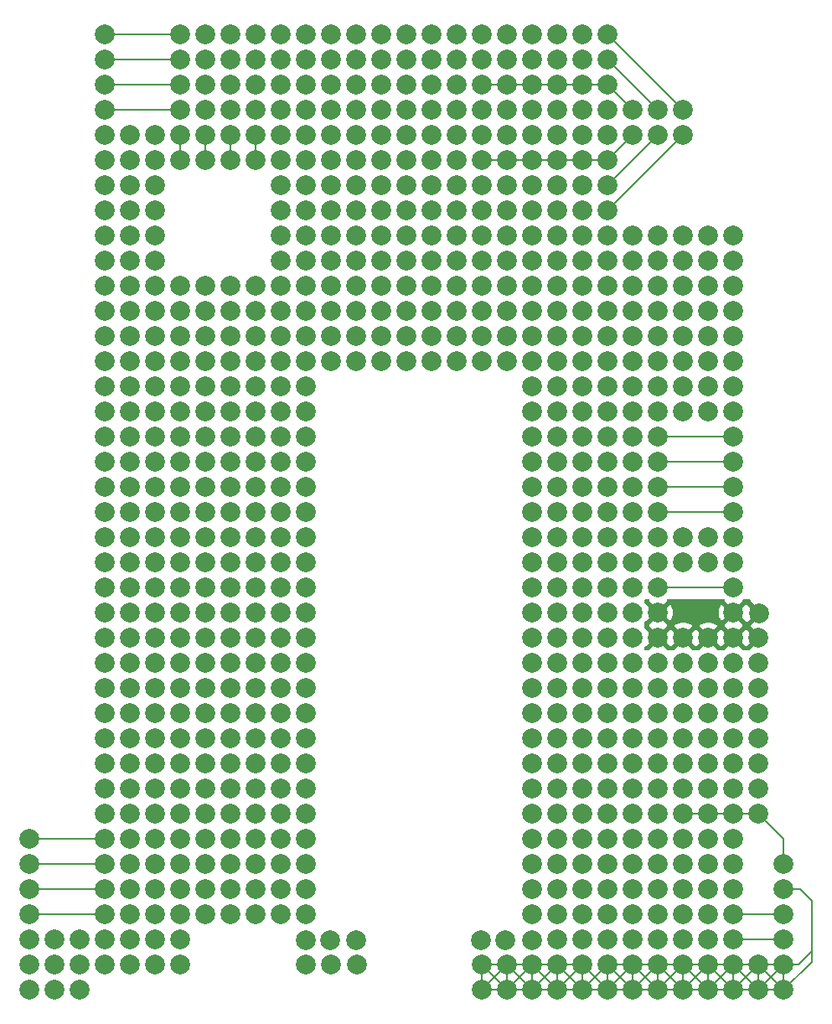
<source format=gbr>
%TF.GenerationSoftware,KiCad,Pcbnew,(6.0.7)*%
%TF.CreationDate,2022-12-29T16:14:02-06:00*%
%TF.ProjectId,DevBoard_Addon,44657642-6f61-4726-945f-4164646f6e2e,0b*%
%TF.SameCoordinates,Original*%
%TF.FileFunction,Copper,L1,Top*%
%TF.FilePolarity,Positive*%
%FSLAX46Y46*%
G04 Gerber Fmt 4.6, Leading zero omitted, Abs format (unit mm)*
G04 Created by KiCad (PCBNEW (6.0.7)) date 2022-12-29 16:14:02*
%MOMM*%
%LPD*%
G01*
G04 APERTURE LIST*
%TA.AperFunction,ComponentPad*%
%ADD10C,2.000000*%
%TD*%
%TA.AperFunction,Conductor*%
%ADD11C,0.200000*%
%TD*%
G04 APERTURE END LIST*
D10*
%TO.P,REF\u002A\u002A826,*%
%TO.N,*%
X163090000Y-90820000D03*
%TD*%
%TO.P,REF\u002A\u002A406,*%
%TO.N,*%
X163090000Y-60340000D03*
%TD*%
%TO.P,REF\u002A\u002A332,*%
%TO.N,*%
X152930000Y-55260000D03*
%TD*%
%TO.P,REF\u002A\u002A1250,*%
%TO.N,*%
X173250000Y-121300000D03*
%TD*%
%TO.P,REF\u002A\u002A1059,*%
%TO.N,*%
X132610000Y-108600000D03*
%TD*%
%TO.P,REF\u002A\u002A640,*%
%TO.N,*%
X135150000Y-78120000D03*
%TD*%
%TO.P,REF\u002A\u002A1349,*%
%TO.N,*%
X155390000Y-128920000D03*
%TD*%
%TO.P,REF\u002A\u002A1180,*%
%TO.N,*%
X173250000Y-116220000D03*
%TD*%
%TO.P,REF\u002A\u002A1093,*%
%TO.N,*%
X130070000Y-111140000D03*
%TD*%
%TO.P,REF\u002A\u002A1155,*%
%TO.N,*%
X109750000Y-116220000D03*
%TD*%
%TO.P,REF\u002A\u002A1261,*%
%TO.N,*%
X112290000Y-123840000D03*
%TD*%
%TO.P,REF\u002A\u002A1143,*%
%TO.N,*%
X168170000Y-113680000D03*
%TD*%
%TO.P,REF\u002A\u002A342,*%
%TO.N,*%
X178330000Y-55260000D03*
%TD*%
%TO.P,REF\u002A\u002A935,*%
%TO.N,*%
X173250000Y-98440000D03*
%TD*%
%TO.P,REF\u002A\u002A564,*%
%TO.N,*%
X119910000Y-73040000D03*
%TD*%
%TO.P,REF\u002A\u002A459,*%
%TO.N,*%
X119910000Y-65420000D03*
%TD*%
%TO.P,REF\u002A\u002A901,*%
%TO.N,*%
X175790000Y-95900000D03*
%TD*%
%TO.P,REF\u002A\u002A618,*%
%TO.N,*%
X168170000Y-75580000D03*
%TD*%
%TO.P,REF\u002A\u002A494,*%
%TO.N,*%
X119910000Y-67960000D03*
%TD*%
%TO.P,REF\u002A\u002A793,*%
%TO.N,*%
X168170000Y-88280000D03*
%TD*%
%TO.P,REF\u002A\u002A85,*%
%TO.N,*%
X147850000Y-37480000D03*
%TD*%
%TO.P,REF\u002A\u002A223,*%
%TO.N,*%
X142770000Y-47640000D03*
%TD*%
%TO.P,REF\u002A\u002A389,*%
%TO.N,*%
X119910000Y-60340000D03*
%TD*%
%TO.P,REF\u002A\u002A461,*%
%TO.N,*%
X124990000Y-65420000D03*
%TD*%
%TO.P,REF\u002A\u002A1009,*%
%TO.N,*%
X183410000Y-103520000D03*
%TD*%
%TO.P,REF\u002A\u002A160,*%
%TO.N,*%
X160550000Y-42560000D03*
%TD*%
%TO.P,REF\u002A\u002A434,*%
%TO.N,*%
X145310000Y-62880000D03*
%TD*%
%TO.P,REF\u002A\u002A969,*%
%TO.N,*%
X170710000Y-100980000D03*
%TD*%
%TO.P,REF\u002A\u002A635,*%
%TO.N,*%
X122450000Y-78120000D03*
%TD*%
%TO.P,REF\u002A\u002A470,*%
%TO.N,*%
X147850000Y-65420000D03*
%TD*%
%TO.P,REF\u002A\u002A688,*%
%TO.N,*%
X168170000Y-80660000D03*
%TD*%
%TO.P,REF\u002A\u002A570,*%
%TO.N,*%
X135150000Y-73040000D03*
%TD*%
%TO.P,REF\u002A\u002A250,*%
%TO.N,*%
X122450000Y-50180000D03*
%TD*%
%TO.P,REF\u002A\u002A290,*%
%TO.N,*%
X135150000Y-52720000D03*
%TD*%
%TO.P,REF\u002A\u002A1198,*%
%TO.N,*%
X130070000Y-118760000D03*
%TD*%
%TO.P,REF\u002A\u002A130,*%
%TO.N,*%
X173250000Y-40020000D03*
%TD*%
%TO.P,REF\u002A\u002A73,*%
%TO.N,*%
X117370000Y-37480000D03*
%TD*%
%TO.P,REF\u002A\u002A1215,*%
%TO.N,*%
X173250000Y-118760000D03*
%TD*%
%TO.P,REF\u002A\u002A651,*%
%TO.N,*%
X163090000Y-78120000D03*
%TD*%
%TO.P,REF\u002A\u002A707,*%
%TO.N,*%
X127530000Y-83200000D03*
%TD*%
%TO.P,REF\u002A\u002A603,*%
%TO.N,*%
X130070000Y-75580000D03*
%TD*%
%TO.P,REF\u002A\u002A955,*%
%TO.N,*%
X135150000Y-100980000D03*
%TD*%
%TO.P,REF\u002A\u002A1299,*%
%TO.N,*%
X119910000Y-126380000D03*
%TD*%
%TO.P,REF\u002A\u002A619,*%
%TO.N,*%
X170710000Y-75580000D03*
%TD*%
%TO.P,REF\u002A\u002A1131,*%
%TO.N,*%
X137690000Y-113680000D03*
%TD*%
%TO.P,REF\u002A\u002A499,*%
%TO.N,*%
X132610000Y-67960000D03*
%TD*%
%TO.P,REF\u002A\u002A477,*%
%TO.N,*%
X165630000Y-65420000D03*
%TD*%
%TO.P,REF\u002A\u002A1021,*%
%TO.N,*%
X124990000Y-106060000D03*
%TD*%
%TO.P,REF\u002A\u002A1060,*%
%TO.N,*%
X135150000Y-108600000D03*
%TD*%
%TO.P,REF\u002A\u002A536,*%
%TO.N,*%
X137690000Y-70500000D03*
%TD*%
%TO.P,REF\u002A\u002A583,*%
%TO.N,*%
X168170000Y-73040000D03*
%TD*%
%TO.P,REF\u002A\u002A473,*%
%TO.N,*%
X155470000Y-65420000D03*
%TD*%
%TO.P,REF\u002A\u002A159,*%
%TO.N,*%
X158010000Y-42560000D03*
%TD*%
%TO.P,REF\u002A\u002A672,*%
%TO.N,*%
X127530000Y-80660000D03*
%TD*%
%TO.P,REF\u002A\u002A755,*%
%TO.N,*%
X160550000Y-85740000D03*
%TD*%
%TO.P,REF\u002A\u002A428,*%
%TO.N,*%
X130070000Y-62880000D03*
%TD*%
%TO.P,REF\u002A\u002A1022,*%
%TO.N,*%
X127530000Y-106060000D03*
%TD*%
%TO.P,REF\u002A\u002A1141,*%
%TO.N,*%
X163090000Y-113680000D03*
%TD*%
%TO.P,REF\u002A\u002A777,*%
%TO.N,*%
X127530000Y-88280000D03*
%TD*%
%TO.P,REF\u002A\u002A115,*%
%TO.N,*%
X135150000Y-40020000D03*
%TD*%
%TO.P,REF\u002A\u002A307,*%
%TO.N,*%
X178330000Y-52720000D03*
%TD*%
%TO.P,REF\u002A\u002A396,*%
%TO.N,*%
X137690000Y-60340000D03*
%TD*%
%TO.P,REF\u002A\u002A617,*%
%TO.N,*%
X165630000Y-75580000D03*
%TD*%
%TO.P,REF\u002A\u002A152,*%
%TO.N,*%
X140230000Y-42560000D03*
%TD*%
%TO.P,REF\u002A\u002A326,*%
%TO.N,*%
X137690000Y-55260000D03*
%TD*%
%TO.P,REF\u002A\u002A388,*%
%TO.N,*%
X117370000Y-60340000D03*
%TD*%
%TO.P,REF\u002A\u002A155,*%
%TO.N,*%
X147850000Y-42560000D03*
%TD*%
%TO.P,REF\u002A\u002A658,*%
%TO.N,*%
X180870000Y-78120000D03*
%TD*%
%TO.P,REF\u002A\u002A774,*%
%TO.N,*%
X119910000Y-88280000D03*
%TD*%
%TO.P,REF\u002A\u002A516,*%
%TO.N,*%
X175790000Y-67960000D03*
%TD*%
%TO.P,REF\u002A\u002A356,*%
%TO.N,*%
X124990000Y-57800000D03*
%TD*%
%TO.P,REF\u002A\u002A582,*%
%TO.N,*%
X165630000Y-73040000D03*
%TD*%
%TO.P,REF\u002A\u002A863,*%
%TO.N,*%
X168170000Y-93360000D03*
%TD*%
%TO.P,REF\u002A\u002A229,*%
%TO.N,*%
X158010000Y-47640000D03*
%TD*%
%TO.P,REF\u002A\u002A87,*%
%TO.N,*%
X152930000Y-37480000D03*
%TD*%
%TO.P,REF\u002A\u002A530,*%
%TO.N,*%
X122450000Y-70500000D03*
%TD*%
%TO.P,REF\u002A\u002A190,*%
%TO.N,*%
X147850000Y-45100000D03*
%TD*%
%TO.P,REF\u002A\u002A53,*%
%TO.N,*%
X155470000Y-34940000D03*
%TD*%
%TO.P,REF\u002A\u002A1321,*%
%TO.N,*%
X175790000Y-126380000D03*
%TD*%
%TO.P,REF\u002A\u002A261,*%
%TO.N,*%
X150390000Y-50180000D03*
%TD*%
%TO.P,REF\u002A\u002A1035,*%
%TO.N,*%
X160550000Y-106060000D03*
%TD*%
%TO.P,REF\u002A\u002A989,*%
%TO.N,*%
X132610000Y-103520000D03*
%TD*%
%TO.P,REF\u002A\u002A1159,*%
%TO.N,*%
X119910000Y-116220000D03*
%TD*%
%TO.P,REF\u002A\u002A1284,*%
%TO.N,*%
X170710000Y-123840000D03*
%TD*%
%TO.P,REF\u002A\u002A513,*%
%TO.N,*%
X168170000Y-67960000D03*
%TD*%
%TO.P,REF\u002A\u002A518,*%
%TO.N,*%
X180870000Y-67960000D03*
%TD*%
%TO.P,REF\u002A\u002A423,*%
%TO.N,*%
X117370000Y-62880000D03*
%TD*%
%TO.P,REF\u002A\u002A9,*%
%TO.N,*%
X132610000Y-32400000D03*
%TD*%
%TO.P,REF\u002A\u002A722,*%
%TO.N,*%
X165630000Y-83200000D03*
%TD*%
%TO.P,REF\u002A\u002A185,*%
%TO.N,*%
X135150000Y-45100000D03*
%TD*%
%TO.P,REF\u002A\u002A230,*%
%TO.N,*%
X160550000Y-47640000D03*
%TD*%
%TO.P,REF\u002A\u002A1106,*%
%TO.N,*%
X163090000Y-111140000D03*
%TD*%
%TO.P,REF\u002A\u002A1089,*%
%TO.N,*%
X119910000Y-111140000D03*
%TD*%
%TO.P,REF\u002A\u002A675,*%
%TO.N,*%
X135150000Y-80660000D03*
%TD*%
%TO.P,REF\u002A\u002A920,*%
%TO.N,*%
X135150000Y-98440000D03*
%TD*%
%TO.P,REF\u002A\u002A1225,*%
%TO.N,*%
X109750000Y-121300000D03*
%TD*%
%TO.P,REF\u002A\u002A1095,*%
%TO.N,*%
X135150000Y-111140000D03*
%TD*%
%TO.P,REF\u002A\u002A391,*%
%TO.N,*%
X124990000Y-60340000D03*
%TD*%
%TO.P,REF\u002A\u002A78,*%
%TO.N,*%
X130070000Y-37480000D03*
%TD*%
%TO.P,REF\u002A\u002A790,*%
%TO.N,*%
X160550000Y-88280000D03*
%TD*%
%TO.P,REF\u002A\u002A1295,*%
%TO.N,*%
X109750000Y-126380000D03*
%TD*%
%TO.P,REF\u002A\u002A634,*%
%TO.N,*%
X119910000Y-78120000D03*
%TD*%
%TO.P,REF\u002A\u002A373,*%
%TO.N,*%
X168170000Y-57800000D03*
%TD*%
%TO.P,REF\u002A\u002A124,*%
%TO.N,*%
X158010000Y-40020000D03*
%TD*%
%TO.P,REF\u002A\u002A598,*%
%TO.N,*%
X117370000Y-75580000D03*
%TD*%
%TO.P,REF\u002A\u002A885,*%
%TO.N,*%
X135150000Y-95900000D03*
%TD*%
%TO.P,REF\u002A\u002A1124,*%
%TO.N,*%
X119910000Y-113680000D03*
%TD*%
%TO.P,REF\u002A\u002A458,*%
%TO.N,*%
X117370000Y-65420000D03*
%TD*%
%TO.P,REF\u002A\u002A1228,*%
%TO.N,*%
X117370000Y-121300000D03*
%TD*%
%TO.P,REF\u002A\u002A1349,*%
%TO.N,*%
X158010000Y-128920000D03*
%TD*%
%TO.P,REF\u002A\u002A531,*%
%TO.N,*%
X124990000Y-70500000D03*
%TD*%
%TO.P,REF\u002A\u002A1037,*%
%TO.N,*%
X165630000Y-106060000D03*
%TD*%
%TO.P,REF\u002A\u002A397,*%
%TO.N,*%
X140230000Y-60340000D03*
%TD*%
%TO.P,REF\u002A\u002A1108,*%
%TO.N,*%
X168170000Y-111140000D03*
%TD*%
%TO.P,REF\u002A\u002A215,*%
%TO.N,*%
X122450000Y-47640000D03*
%TD*%
%TO.P,REF\u002A\u002A432,*%
%TO.N,*%
X140230000Y-62880000D03*
%TD*%
%TO.P,REF\u002A\u002A571,*%
%TO.N,*%
X137690000Y-73040000D03*
%TD*%
%TO.P,REF\u002A\u002A424,*%
%TO.N,*%
X119910000Y-62880000D03*
%TD*%
%TO.P,REF\u002A\u002A813,*%
%TO.N,*%
X130070000Y-90820000D03*
%TD*%
%TO.P,REF\u002A\u002A123,*%
%TO.N,*%
X155470000Y-40020000D03*
%TD*%
%TO.P,REF\u002A\u002A1212,*%
%TO.N,*%
X165630000Y-118760000D03*
%TD*%
%TO.P,REF\u002A\u002A548,*%
%TO.N,*%
X168170000Y-70500000D03*
%TD*%
%TO.P,REF\u002A\u002A639,*%
%TO.N,*%
X132610000Y-78120000D03*
%TD*%
%TO.P,REF\u002A\u002A568,*%
%TO.N,*%
X130070000Y-73040000D03*
%TD*%
%TO.P,REF\u002A\u002A916,*%
%TO.N,*%
X124990000Y-98440000D03*
%TD*%
%TO.P,REF\u002A\u002A1245,*%
%TO.N,*%
X160550000Y-121300000D03*
%TD*%
%TO.P,REF\u002A\u002A1252,*%
%TO.N,*%
X178330000Y-121300000D03*
%TD*%
%TO.P,REF\u002A\u002A932,*%
%TO.N,*%
X165630000Y-98440000D03*
%TD*%
%TO.P,REF\u002A\u002A283,*%
%TO.N,*%
X117370000Y-52720000D03*
%TD*%
%TO.P,REF\u002A\u002A126,*%
%TO.N,*%
X163090000Y-40020000D03*
%TD*%
%TO.P,REF\u002A\u002A812,*%
%TO.N,*%
X127530000Y-90820000D03*
%TD*%
%TO.P,REF\u002A\u002A493,*%
%TO.N,*%
X117370000Y-67960000D03*
%TD*%
%TO.P,REF\u002A\u002A158,*%
%TO.N,*%
X155470000Y-42560000D03*
%TD*%
%TO.P,REF\u002A\u002A180,*%
%TO.N,*%
X122450000Y-45100000D03*
%TD*%
%TO.P,REF\u002A\u002A256,*%
%TO.N,*%
X137690000Y-50180000D03*
%TD*%
%TO.P,REF\u002A\u002A302,*%
%TO.N,*%
X165630000Y-52720000D03*
%TD*%
%TO.P,REF\u002A\u002A303,*%
%TO.N,*%
X168170000Y-52720000D03*
%TD*%
%TO.P,REF\u002A\u002A258,*%
%TO.N,*%
X142770000Y-50180000D03*
%TD*%
%TO.P,REF\u002A\u002A284,*%
%TO.N,*%
X119910000Y-52720000D03*
%TD*%
%TO.P,REF\u002A\u002A914,*%
%TO.N,*%
X119910000Y-98440000D03*
%TD*%
%TO.P,REF\u002A\u002A149,*%
%TO.N,*%
X132610000Y-42560000D03*
%TD*%
%TO.P,REF\u002A\u002A1076,*%
%TO.N,*%
X175790000Y-108600000D03*
%TD*%
%TO.P,REF\u002A\u002A145,*%
%TO.N,*%
X122450000Y-42560000D03*
%TD*%
%TO.P,REF\u002A\u002A179,*%
%TO.N,*%
X119910000Y-45100000D03*
%TD*%
%TO.P,REF\u002A\u002A721,*%
%TO.N,*%
X163090000Y-83200000D03*
%TD*%
%TO.P,REF\u002A\u002A763,*%
%TO.N,*%
X180870000Y-85740000D03*
%TD*%
%TO.P,REF\u002A\u002A119,*%
%TO.N,*%
X145310000Y-40020000D03*
%TD*%
%TO.P,REF\u002A\u002A227,*%
%TO.N,*%
X152930000Y-47640000D03*
%TD*%
%TO.P,REF\u002A\u002A1325,*%
%TO.N,*%
X185950000Y-126380000D03*
%TD*%
%TO.P,REF\u002A\u002A616,*%
%TO.N,*%
X163090000Y-75580000D03*
%TD*%
%TO.P,REF\u002A\u002A1109,*%
%TO.N,*%
X170710000Y-111140000D03*
%TD*%
%TO.P,REF\u002A\u002A182,*%
%TO.N,*%
X127530000Y-45100000D03*
%TD*%
%TO.P,REF\u002A\u002A188,*%
%TO.N,*%
X142770000Y-45100000D03*
%TD*%
%TO.P,REF\u002A\u002A143,*%
%TO.N,*%
X117370000Y-42560000D03*
%TD*%
%TO.P,REF\u002A\u002A57,*%
%TO.N,*%
X165630000Y-34940000D03*
%TD*%
%TO.P,REF\u002A\u002A259,*%
%TO.N,*%
X145310000Y-50180000D03*
%TD*%
%TO.P,REF\u002A\u002A650,*%
%TO.N,*%
X160550000Y-78120000D03*
%TD*%
%TO.P,REF\u002A\u002A498,*%
%TO.N,*%
X130070000Y-67960000D03*
%TD*%
%TO.P,REF\u002A\u002A919,*%
%TO.N,*%
X132610000Y-98440000D03*
%TD*%
%TO.P,REF\u002A\u002A304,*%
%TO.N,*%
X170710000Y-52720000D03*
%TD*%
%TO.P,REF\u002A\u002A390,*%
%TO.N,*%
X122450000Y-60340000D03*
%TD*%
%TO.P,REF\u002A\u002A292,*%
%TO.N,*%
X140230000Y-52720000D03*
%TD*%
%TO.P,REF\u002A\u002A676,*%
%TO.N,*%
X137690000Y-80660000D03*
%TD*%
%TO.P,REF\u002A\u002A1071,*%
%TO.N,*%
X163090000Y-108600000D03*
%TD*%
%TO.P,REF\u002A\u002A938,*%
%TO.N,*%
X180870000Y-98440000D03*
%TD*%
%TO.P,REF\u002A\u002A264,*%
%TO.N,*%
X158010000Y-50180000D03*
%TD*%
%TO.P,REF\u002A\u002A1286,*%
%TO.N,*%
X175790000Y-123840000D03*
%TD*%
%TO.P,REF\u002A\u002A1183,*%
%TO.N,*%
X180870000Y-116220000D03*
%TD*%
%TO.P,REF\u002A\u002A983,*%
%TO.N,*%
X117370000Y-103520000D03*
%TD*%
%TO.P,REF\u002A\u002A1262,*%
%TO.N,*%
X114830000Y-123840000D03*
%TD*%
%TO.P,REF\u002A\u002A1041,*%
%TO.N,*%
X175790000Y-106060000D03*
%TD*%
%TO.P,REF\u002A\u002A295,*%
%TO.N,*%
X147850000Y-52720000D03*
%TD*%
%TO.P,REF\u002A\u002A1300,*%
%TO.N,*%
X122450000Y-126380000D03*
%TD*%
%TO.P,REF\u002A\u002A1263,*%
%TO.N,*%
X117370000Y-123840000D03*
%TD*%
%TO.P,REF\u002A\u002A741,*%
%TO.N,*%
X124990000Y-85740000D03*
%TD*%
%TO.P,REF\u002A\u002A1301,*%
%TO.N,*%
X124990000Y-126380000D03*
%TD*%
%TO.P,REF\u002A\u002A738,*%
%TO.N,*%
X117370000Y-85740000D03*
%TD*%
%TO.P,REF\u002A\u002A165,*%
%TO.N,*%
X173250000Y-42560000D03*
%TD*%
%TO.P,REF\u002A\u002A249,*%
%TO.N,*%
X119910000Y-50180000D03*
%TD*%
%TO.P,REF\u002A\u002A601,*%
%TO.N,*%
X124990000Y-75580000D03*
%TD*%
%TO.P,REF\u002A\u002A547,*%
%TO.N,*%
X165630000Y-70500000D03*
%TD*%
%TO.P,REF\u002A\u002A8,*%
%TO.N,*%
X130070000Y-32400000D03*
%TD*%
%TO.P,REF\u002A\u002A878,*%
%TO.N,*%
X117370000Y-95900000D03*
%TD*%
%TO.P,REF\u002A\u002A791,*%
%TO.N,*%
X163090000Y-88280000D03*
%TD*%
%TO.P,REF\u002A\u002A1247,*%
%TO.N,*%
X165630000Y-121300000D03*
%TD*%
%TO.P,REF\u002A\u002A1185,*%
%TO.N,*%
X185950000Y-116220000D03*
%TD*%
%TO.P,REF\u002A\u002A196,*%
%TO.N,*%
X163090000Y-45100000D03*
%TD*%
%TO.P,REF\u002A\u002A1179,*%
%TO.N,*%
X170710000Y-116220000D03*
%TD*%
%TO.P,REF\u002A\u002A407,*%
%TO.N,*%
X165630000Y-60340000D03*
%TD*%
%TO.P,REF\u002A\u002A778,*%
%TO.N,*%
X130070000Y-88280000D03*
%TD*%
%TO.P,REF\u002A\u002A655,*%
%TO.N,*%
X173250000Y-78120000D03*
%TD*%
%TO.P,REF\u002A\u002A939,*%
%TO.N,*%
X183410000Y-98440000D03*
%TD*%
%TO.P,REF\u002A\u002A1092,*%
%TO.N,*%
X127530000Y-111140000D03*
%TD*%
%TO.P,REF\u002A\u002A440,*%
%TO.N,*%
X160550000Y-62880000D03*
%TD*%
%TO.P,REF\u002A\u002A6,*%
%TO.N,*%
X124990000Y-32400000D03*
%TD*%
%TO.P,REF\u002A\u002A1023,*%
%TO.N,*%
X130070000Y-106060000D03*
%TD*%
%TO.P,REF\u002A\u002A291,*%
%TO.N,*%
X137690000Y-52720000D03*
%TD*%
%TO.P,REF\u002A\u002A84,*%
%TO.N,*%
X145310000Y-37480000D03*
%TD*%
%TO.P,REF\u002A\u002A495,*%
%TO.N,*%
X122450000Y-67960000D03*
%TD*%
%TO.P,REF\u002A\u002A195,*%
%TO.N,*%
X160550000Y-45100000D03*
%TD*%
%TO.P,REF\u002A\u002A1164,*%
%TO.N,*%
X132610000Y-116220000D03*
%TD*%
%TO.P,REF\u002A\u002A157,*%
%TO.N,*%
X152930000Y-42560000D03*
%TD*%
%TO.P,REF\u002A\u002A11,*%
%TO.N,*%
X137690000Y-32400000D03*
%TD*%
%TO.P,REF\u002A\u002A865,*%
%TO.N,GND*%
X173250000Y-93360000D03*
%TD*%
%TO.P,REF\u002A\u002A1216,*%
%TO.N,*%
X175790000Y-118760000D03*
%TD*%
%TO.P,REF\u002A\u002A1280,*%
%TO.N,*%
X160550000Y-123900000D03*
%TD*%
%TO.P,,*%
%TO.N,*%
X142700000Y-123900000D03*
%TD*%
%TO.P,REF\u002A\u002A128,*%
%TO.N,*%
X168170000Y-40020000D03*
%TD*%
%TO.P,REF\u002A\u002A950,*%
%TO.N,*%
X122450000Y-100980000D03*
%TD*%
%TO.P,REF\u002A\u002A966,*%
%TO.N,*%
X163090000Y-100980000D03*
%TD*%
%TO.P,REF\u002A\u002A260,*%
%TO.N,*%
X147850000Y-50180000D03*
%TD*%
%TO.P,REF\u002A\u002A114,*%
%TO.N,*%
X132610000Y-40020000D03*
%TD*%
%TO.P,REF\u002A\u002A248,*%
%TO.N,*%
X117370000Y-50180000D03*
%TD*%
%TO.P,REF\u002A\u002A81,*%
%TO.N,*%
X137690000Y-37480000D03*
%TD*%
%TO.P,REF\u002A\u002A464,*%
%TO.N,*%
X132610000Y-65420000D03*
%TD*%
%TO.P,REF\u002A\u002A1297,*%
%TO.N,*%
X114830000Y-126380000D03*
%TD*%
%TO.P,REF\u002A\u002A479,*%
%TO.N,*%
X170710000Y-65420000D03*
%TD*%
%TO.P,REF\u002A\u002A194,*%
%TO.N,*%
X158010000Y-45100000D03*
%TD*%
%TO.P,REF\u002A\u002A340,*%
%TO.N,*%
X173250000Y-55260000D03*
%TD*%
%TO.P,REF\u002A\u002A514,*%
%TO.N,*%
X170710000Y-67960000D03*
%TD*%
%TO.P,REF\u002A\u002A23,*%
%TO.N,*%
X168170000Y-32400000D03*
%TD*%
%TO.P,REF\u002A\u002A1281,*%
%TO.N,*%
X163090000Y-123840000D03*
%TD*%
%TO.P,REF\u002A\u002A895,*%
%TO.N,*%
X160550000Y-95900000D03*
%TD*%
%TO.P,REF\u002A\u002A228,*%
%TO.N,*%
X155470000Y-47640000D03*
%TD*%
%TO.P,REF\u002A\u002A600,*%
%TO.N,*%
X122450000Y-75580000D03*
%TD*%
%TO.P,REF\u002A\u002A869,*%
%TO.N,GND*%
X183410000Y-93360000D03*
%TD*%
%TO.P,REF\u002A\u002A1044,*%
%TO.N,*%
X183410000Y-106060000D03*
%TD*%
%TO.P,REF\u002A\u002A1039,*%
%TO.N,*%
X170710000Y-106060000D03*
%TD*%
%TO.P,REF\u002A\u002A1148,*%
%TO.N,*%
X180870000Y-113680000D03*
%TD*%
%TO.P,REF\u002A\u002A257,*%
%TO.N,*%
X140230000Y-50180000D03*
%TD*%
%TO.P,REF\u002A\u002A728,*%
%TO.N,*%
X180870000Y-83200000D03*
%TD*%
%TO.P,REF\u002A\u002A1359,*%
%TO.N,*%
X183410000Y-128920000D03*
%TD*%
%TO.P,REF\u002A\u002A1000,*%
%TO.N,*%
X160550000Y-103520000D03*
%TD*%
%TO.P,REF\u002A\u002A1265,*%
%TO.N,*%
X122450000Y-123840000D03*
%TD*%
%TO.P,REF\u002A\u002A623,*%
%TO.N,*%
X180870000Y-75580000D03*
%TD*%
%TO.P,REF\u002A\u002A1094,*%
%TO.N,*%
X132610000Y-111140000D03*
%TD*%
%TO.P,REF\u002A\u002A829,*%
%TO.N,*%
X170710000Y-90820000D03*
%TD*%
%TO.P,REF\u002A\u002A372,*%
%TO.N,*%
X165630000Y-57800000D03*
%TD*%
%TO.P,REF\u002A\u002A546,*%
%TO.N,*%
X163090000Y-70500000D03*
%TD*%
%TO.P,REF\u002A\u002A151,*%
%TO.N,*%
X137690000Y-42560000D03*
%TD*%
%TO.P,REF\u002A\u002A47,*%
%TO.N,*%
X140230000Y-34940000D03*
%TD*%
%TO.P,REF\u002A\u002A1008,*%
%TO.N,*%
X180870000Y-103520000D03*
%TD*%
%TO.P,REF\u002A\u002A233,*%
%TO.N,*%
X168170000Y-47640000D03*
%TD*%
%TO.P,REF\u002A\u002A810,*%
%TO.N,*%
X122450000Y-90820000D03*
%TD*%
%TO.P,REF\u002A\u002A899,*%
%TO.N,*%
X170710000Y-95900000D03*
%TD*%
%TO.P,REF\u002A\u002A851,*%
%TO.N,*%
X137690000Y-93360000D03*
%TD*%
%TO.P,REF\u002A\u002A467,*%
%TO.N,*%
X140230000Y-65420000D03*
%TD*%
%TO.P,REF\u002A\u002A265,*%
%TO.N,*%
X160550000Y-50180000D03*
%TD*%
%TO.P,REF\u002A\u002A1317,*%
%TO.N,*%
X165630000Y-126380000D03*
%TD*%
%TO.P,REF\u002A\u002A76,*%
%TO.N,*%
X124990000Y-37480000D03*
%TD*%
%TO.P,REF\u002A\u002A1266,*%
%TO.N,*%
X124990000Y-123840000D03*
%TD*%
%TO.P,REF\u002A\u002A285,*%
%TO.N,*%
X122450000Y-52720000D03*
%TD*%
%TO.P,REF\u002A\u002A331,*%
%TO.N,*%
X150390000Y-55260000D03*
%TD*%
%TO.P,REF\u002A\u002A113,*%
%TO.N,*%
X130070000Y-40020000D03*
%TD*%
%TO.P,REF\u002A\u002A336,*%
%TO.N,*%
X163090000Y-55260000D03*
%TD*%
%TO.P,REF\u002A\u002A20,*%
%TO.N,*%
X160550000Y-32400000D03*
%TD*%
%TO.P,REF\u002A\u002A1130,*%
%TO.N,*%
X135150000Y-113680000D03*
%TD*%
%TO.P,REF\u002A\u002A338,*%
%TO.N,*%
X168170000Y-55260000D03*
%TD*%
%TO.P,REF\u002A\u002A183,*%
%TO.N,*%
X130070000Y-45100000D03*
%TD*%
%TO.P,REF\u002A\u002A1260,*%
%TO.N,*%
X109750000Y-123840000D03*
%TD*%
%TO.P,REF\u002A\u002A1110,*%
%TO.N,*%
X173250000Y-111140000D03*
%TD*%
%TO.P,REF\u002A\u002A1331,*%
%TO.N,*%
X112290000Y-128920000D03*
%TD*%
%TO.P,REF\u002A\u002A669,*%
%TO.N,*%
X119910000Y-80660000D03*
%TD*%
%TO.P,REF\u002A\u002A1182,*%
%TO.N,*%
X178330000Y-116220000D03*
%TD*%
%TO.P,REF\u002A\u002A50,*%
%TO.N,*%
X147850000Y-34940000D03*
%TD*%
%TO.P,REF\u002A\u002A1285,*%
%TO.N,*%
X173250000Y-123840000D03*
%TD*%
%TO.P,REF\u002A\u002A1236,*%
%TO.N,*%
X137690000Y-121300000D03*
%TD*%
%TO.P,REF\u002A\u002A1358,*%
%TO.N,*%
X180870000Y-128920000D03*
%TD*%
%TO.P,REF\u002A\u002A148,*%
%TO.N,*%
X130070000Y-42560000D03*
%TD*%
%TO.P,REF\u002A\u002A357,*%
%TO.N,*%
X127530000Y-57800000D03*
%TD*%
%TO.P,REF\u002A\u002A1220,*%
%TO.N,*%
X185950000Y-118760000D03*
%TD*%
%TO.P,REF\u002A\u002A121,*%
%TO.N,*%
X150390000Y-40020000D03*
%TD*%
%TO.P,REF\u002A\u002A792,*%
%TO.N,*%
X165630000Y-88280000D03*
%TD*%
%TO.P,REF\u002A\u002A951,*%
%TO.N,*%
X124990000Y-100980000D03*
%TD*%
%TO.P,REF\u002A\u002A308,*%
%TO.N,*%
X180870000Y-52720000D03*
%TD*%
%TO.P,REF\u002A\u002A472,*%
%TO.N,*%
X152930000Y-65420000D03*
%TD*%
%TO.P,REF\u002A\u002A900,*%
%TO.N,*%
X173250000Y-95900000D03*
%TD*%
%TO.P,REF\u002A\u002A706,*%
%TO.N,*%
X124990000Y-83200000D03*
%TD*%
%TO.P,REF\u002A\u002A1040,*%
%TO.N,*%
X173250000Y-106060000D03*
%TD*%
%TO.P,REF\u002A\u002A448,*%
%TO.N,*%
X180870000Y-62880000D03*
%TD*%
%TO.P,REF\u002A\u002A426,*%
%TO.N,*%
X124990000Y-62880000D03*
%TD*%
%TO.P,REF\u002A\u002A918,*%
%TO.N,*%
X130070000Y-98440000D03*
%TD*%
%TO.P,REF\u002A\u002A49,*%
%TO.N,*%
X145310000Y-34940000D03*
%TD*%
%TO.P,REF\u002A\u002A184,*%
%TO.N,*%
X132610000Y-45100000D03*
%TD*%
%TO.P,REF\u002A\u002A971,*%
%TO.N,*%
X175790000Y-100980000D03*
%TD*%
%TO.P,REF\u002A\u002A478,*%
%TO.N,*%
X168170000Y-65420000D03*
%TD*%
%TO.P,REF\u002A\u002A1026,*%
%TO.N,*%
X137690000Y-106060000D03*
%TD*%
%TO.P,REF\u002A\u002A1160,*%
%TO.N,*%
X122450000Y-116220000D03*
%TD*%
%TO.P,REF\u002A\u002A881,*%
%TO.N,*%
X124990000Y-95900000D03*
%TD*%
%TO.P,REF\u002A\u002A46,*%
%TO.N,*%
X137690000Y-34940000D03*
%TD*%
%TO.P,REF\u002A\u002A404,*%
%TO.N,*%
X158010000Y-60340000D03*
%TD*%
%TO.P,REF\u002A\u002A795,*%
%TO.N,*%
X173250000Y-88280000D03*
%TD*%
%TO.P,REF\u002A\u002A429,*%
%TO.N,*%
X132610000Y-62880000D03*
%TD*%
%TO.P,REF\u002A\u002A156,*%
%TO.N,*%
X150390000Y-42560000D03*
%TD*%
%TO.P,REF\u002A\u002A15,*%
%TO.N,*%
X147850000Y-32400000D03*
%TD*%
%TO.P,REF\u002A\u002A1235,*%
%TO.N,*%
X135150000Y-121300000D03*
%TD*%
%TO.P,REF\u002A\u002A569,*%
%TO.N,*%
X132610000Y-73040000D03*
%TD*%
%TO.P,REF\u002A\u002A362,*%
%TO.N,*%
X140230000Y-57800000D03*
%TD*%
%TO.P,REF\u002A\u002A1091,*%
%TO.N,*%
X124990000Y-111140000D03*
%TD*%
%TO.P,REF\u002A\u002A131,*%
%TO.N,*%
X175790000Y-40020000D03*
%TD*%
%TO.P,REF\u002A\u002A550,*%
%TO.N,*%
X173250000Y-70500000D03*
%TD*%
%TO.P,REF\u002A\u002A374,*%
%TO.N,*%
X170710000Y-57800000D03*
%TD*%
%TO.P,REF\u002A\u002A435,*%
%TO.N,*%
X147850000Y-62880000D03*
%TD*%
%TO.P,REF\u002A\u002A584,*%
%TO.N,*%
X170710000Y-73040000D03*
%TD*%
%TO.P,REF\u002A\u002A80,*%
%TO.N,*%
X135150000Y-37480000D03*
%TD*%
%TO.P,REF\u002A\u002A224,*%
%TO.N,*%
X145310000Y-47640000D03*
%TD*%
%TO.P,REF\u002A\u002A368,*%
%TO.N,*%
X155470000Y-57800000D03*
%TD*%
%TO.P,REF\u002A\u002A1330,*%
%TO.N,*%
X109750000Y-128920000D03*
%TD*%
%TO.P,REF\u002A\u002A990,*%
%TO.N,*%
X135150000Y-103520000D03*
%TD*%
%TO.P,REF\u002A\u002A973,*%
%TO.N,*%
X180870000Y-100980000D03*
%TD*%
%TO.P,REF\u002A\u002A1181,*%
%TO.N,*%
X175790000Y-116220000D03*
%TD*%
%TO.P,REF\u002A\u002A1018,*%
%TO.N,*%
X117370000Y-106060000D03*
%TD*%
%TO.P,REF\u002A\u002A758,*%
%TO.N,*%
X168170000Y-85740000D03*
%TD*%
%TO.P,REF\u002A\u002A327,*%
%TO.N,*%
X140230000Y-55260000D03*
%TD*%
%TO.P,REF\u002A\u002A1088,*%
%TO.N,*%
X117370000Y-111140000D03*
%TD*%
%TO.P,REF\u002A\u002A438,*%
%TO.N,*%
X155470000Y-62880000D03*
%TD*%
%TO.P,REF\u002A\u002A430,*%
%TO.N,*%
X135150000Y-62880000D03*
%TD*%
%TO.P,REF\u002A\u002A703,*%
%TO.N,*%
X117370000Y-83200000D03*
%TD*%
%TO.P,REF\u002A\u002A411,*%
%TO.N,*%
X175790000Y-60340000D03*
%TD*%
%TO.P,REF\u002A\u002A263,*%
%TO.N,*%
X155470000Y-50180000D03*
%TD*%
%TO.P,REF\u002A\u002A38,*%
%TO.N,*%
X117370000Y-34940000D03*
%TD*%
%TO.P,REF\u002A\u002A988,*%
%TO.N,*%
X130070000Y-103520000D03*
%TD*%
%TO.P,REF\u002A\u002A1166,*%
%TO.N,*%
X137690000Y-116220000D03*
%TD*%
%TO.P,REF\u002A\u002A1123,*%
%TO.N,*%
X117370000Y-113680000D03*
%TD*%
%TO.P,REF\u002A\u002A1324,*%
%TO.N,*%
X183410000Y-126380000D03*
%TD*%
%TO.P,REF\u002A\u002A187,*%
%TO.N,*%
X140230000Y-45100000D03*
%TD*%
%TO.P,,*%
%TO.N,*%
X157830000Y-123900000D03*
%TD*%
%TO.P,REF\u002A\u002A1306,*%
%TO.N,*%
X137690000Y-126380000D03*
%TD*%
%TO.P,REF\u002A\u002A401,*%
%TO.N,*%
X150390000Y-60340000D03*
%TD*%
%TO.P,REF\u002A\u002A726,*%
%TO.N,*%
X175790000Y-83200000D03*
%TD*%
%TO.P,REF\u002A\u002A933,*%
%TO.N,*%
X168170000Y-98440000D03*
%TD*%
%TO.P,REF\u002A\u002A328,*%
%TO.N,*%
X142770000Y-55260000D03*
%TD*%
%TO.P,REF\u002A\u002A501,*%
%TO.N,*%
X137690000Y-67960000D03*
%TD*%
%TO.P,REF\u002A\u002A1043,*%
%TO.N,*%
X180870000Y-106060000D03*
%TD*%
%TO.P,REF\u002A\u002A1006,*%
%TO.N,*%
X175790000Y-103520000D03*
%TD*%
%TO.P,REF\u002A\u002A967,*%
%TO.N,*%
X165630000Y-100980000D03*
%TD*%
%TO.P,REF\u002A\u002A439,*%
%TO.N,*%
X158010000Y-62880000D03*
%TD*%
%TO.P,REF\u002A\u002A460,*%
%TO.N,*%
X122450000Y-65420000D03*
%TD*%
%TO.P,REF\u002A\u002A757,*%
%TO.N,*%
X165630000Y-85740000D03*
%TD*%
%TO.P,REF\u002A\u002A164,*%
%TO.N,*%
X170710000Y-42560000D03*
%TD*%
%TO.P,REF\u002A\u002A431,*%
%TO.N,*%
X137690000Y-62880000D03*
%TD*%
%TO.P,REF\u002A\u002A860,*%
%TO.N,*%
X160550000Y-93360000D03*
%TD*%
%TO.P,REF\u002A\u002A808,*%
%TO.N,*%
X117370000Y-90820000D03*
%TD*%
%TO.P,REF\u002A\u002A1144,*%
%TO.N,*%
X170710000Y-113680000D03*
%TD*%
%TO.P,REF\u002A\u002A395,*%
%TO.N,*%
X135150000Y-60340000D03*
%TD*%
%TO.P,REF\u002A\u002A225,*%
%TO.N,*%
X147850000Y-47640000D03*
%TD*%
%TO.P,REF\u002A\u002A3,*%
%TO.N,*%
X117370000Y-32400000D03*
%TD*%
%TO.P,REF\u002A\u002A394,*%
%TO.N,*%
X132610000Y-60340000D03*
%TD*%
%TO.P,REF\u002A\u002A1282,*%
%TO.N,*%
X165630000Y-123840000D03*
%TD*%
%TO.P,REF\u002A\u002A742,*%
%TO.N,*%
X127530000Y-85740000D03*
%TD*%
%TO.P,REF\u002A\u002A886,*%
%TO.N,*%
X137690000Y-95900000D03*
%TD*%
%TO.P,REF\u002A\u002A1322,*%
%TO.N,*%
X178330000Y-126380000D03*
%TD*%
%TO.P,REF\u002A\u002A1113,*%
%TO.N,*%
X180870000Y-111140000D03*
%TD*%
%TO.P,REF\u002A\u002A1354,*%
%TO.N,*%
X170710000Y-128920000D03*
%TD*%
%TO.P,REF\u002A\u002A91,*%
%TO.N,*%
X163090000Y-37480000D03*
%TD*%
%TO.P,REF\u002A\u002A48,*%
%TO.N,*%
X142770000Y-34940000D03*
%TD*%
%TO.P,REF\u002A\u002A83,*%
%TO.N,*%
X142770000Y-37480000D03*
%TD*%
%TO.P,REF\u002A\u002A1193,*%
%TO.N,*%
X117370000Y-118760000D03*
%TD*%
%TO.P,REF\u002A\u002A1036,*%
%TO.N,*%
X163090000Y-106060000D03*
%TD*%
%TO.P,REF\u002A\u002A481,*%
%TO.N,*%
X175790000Y-65420000D03*
%TD*%
%TO.P,REF\u002A\u002A533,*%
%TO.N,*%
X130070000Y-70500000D03*
%TD*%
%TO.P,REF\u002A\u002A221,*%
%TO.N,*%
X137690000Y-47640000D03*
%TD*%
%TO.P,REF\u002A\u002A1314,*%
%TO.N,*%
X158010000Y-126380000D03*
%TD*%
%TO.P,REF\u002A\u002A1307,*%
%TO.N,*%
X140230000Y-126380000D03*
%TD*%
%TO.P,REF\u002A\u002A198,*%
%TO.N,*%
X168170000Y-45100000D03*
%TD*%
%TO.P,REF\u002A\u002A13,*%
%TO.N,*%
X142770000Y-32400000D03*
%TD*%
%TO.P,REF\u002A\u002A952,*%
%TO.N,*%
X127530000Y-100980000D03*
%TD*%
%TO.P,REF\u002A\u002A150,*%
%TO.N,*%
X135150000Y-42560000D03*
%TD*%
%TO.P,REF\u002A\u002A153,*%
%TO.N,*%
X142770000Y-42560000D03*
%TD*%
%TO.P,REF\u002A\u002A1200,*%
%TO.N,*%
X135150000Y-118760000D03*
%TD*%
%TO.P,REF\u002A\u002A1288,*%
%TO.N,*%
X180870000Y-123840000D03*
%TD*%
%TO.P,REF\u002A\u002A798,*%
%TO.N,*%
X180870000Y-88280000D03*
%TD*%
%TO.P,REF\u002A\u002A266,*%
%TO.N,*%
X163090000Y-50180000D03*
%TD*%
%TO.P,REF\u002A\u002A864,*%
%TO.N,*%
X170710000Y-93360000D03*
%TD*%
%TO.P,REF\u002A\u002A710,*%
%TO.N,*%
X135150000Y-83200000D03*
%TD*%
%TO.P,REF\u002A\u002A581,*%
%TO.N,*%
X163090000Y-73040000D03*
%TD*%
%TO.P,REF\u002A\u002A1360,*%
%TO.N,*%
X185950000Y-128920000D03*
%TD*%
%TO.P,REF\u002A\u002A689,*%
%TO.N,*%
X170710000Y-80660000D03*
%TD*%
%TO.P,REF\u002A\u002A780,*%
%TO.N,*%
X135150000Y-88280000D03*
%TD*%
%TO.P,REF\u002A\u002A1007,*%
%TO.N,*%
X178330000Y-103520000D03*
%TD*%
%TO.P,REF\u002A\u002A392,*%
%TO.N,*%
X127530000Y-60340000D03*
%TD*%
%TO.P,REF\u002A\u002A563,*%
%TO.N,*%
X117370000Y-73040000D03*
%TD*%
%TO.P,REF\u002A\u002A371,*%
%TO.N,*%
X163090000Y-57800000D03*
%TD*%
%TO.P,REF\u002A\u002A1316,*%
%TO.N,*%
X163090000Y-126380000D03*
%TD*%
%TO.P,REF\u002A\u002A500,*%
%TO.N,*%
X135150000Y-67960000D03*
%TD*%
%TO.P,REF\u002A\u002A921,*%
%TO.N,*%
X137690000Y-98440000D03*
%TD*%
%TO.P,REF\u002A\u002A1231,*%
%TO.N,*%
X124990000Y-121300000D03*
%TD*%
%TO.P,REF\u002A\u002A760,*%
%TO.N,*%
X173250000Y-85740000D03*
%TD*%
%TO.P,REF\u002A\u002A690,*%
%TO.N,*%
X173250000Y-80660000D03*
%TD*%
%TO.P,REF\u002A\u002A849,*%
%TO.N,*%
X132610000Y-93360000D03*
%TD*%
%TO.P,,*%
%TO.N,*%
X140140000Y-123900000D03*
%TD*%
%TO.P,REF\u002A\u002A192,*%
%TO.N,*%
X152930000Y-45100000D03*
%TD*%
%TO.P,REF\u002A\u002A186,*%
%TO.N,*%
X137690000Y-45100000D03*
%TD*%
%TO.P,REF\u002A\u002A1248,*%
%TO.N,*%
X168170000Y-121300000D03*
%TD*%
%TO.P,REF\u002A\u002A1158,*%
%TO.N,*%
X117370000Y-116220000D03*
%TD*%
%TO.P,REF\u002A\u002A580,*%
%TO.N,*%
X160550000Y-73040000D03*
%TD*%
%TO.P,REF\u002A\u002A146,*%
%TO.N,*%
X124990000Y-42560000D03*
%TD*%
%TO.P,REF\u002A\u002A468,*%
%TO.N,*%
X142770000Y-65420000D03*
%TD*%
%TO.P,REF\u002A\u002A294,*%
%TO.N,*%
X145310000Y-52720000D03*
%TD*%
%TO.P,REF\u002A\u002A112,*%
%TO.N,*%
X127530000Y-40020000D03*
%TD*%
%TO.P,REF\u002A\u002A442,*%
%TO.N,*%
X165630000Y-62880000D03*
%TD*%
%TO.P,REF\u002A\u002A1162,*%
%TO.N,*%
X127530000Y-116220000D03*
%TD*%
%TO.P,REF\u002A\u002A232,*%
%TO.N,*%
X165630000Y-47640000D03*
%TD*%
%TO.P,REF\u002A\u002A197,*%
%TO.N,*%
X165630000Y-45100000D03*
%TD*%
%TO.P,REF\u002A\u002A953,*%
%TO.N,*%
X130070000Y-100980000D03*
%TD*%
%TO.P,REF\u002A\u002A108,*%
%TO.N,*%
X117370000Y-40020000D03*
%TD*%
%TO.P,REF\u002A\u002A1323,*%
%TO.N,*%
X180870000Y-126380000D03*
%TD*%
%TO.P,REF\u002A\u002A930,*%
%TO.N,*%
X160550000Y-98440000D03*
%TD*%
%TO.P,REF\u002A\u002A1114,*%
%TO.N,*%
X183410000Y-111140000D03*
%TD*%
%TO.P,REF\u002A\u002A89,*%
%TO.N,*%
X158010000Y-37480000D03*
%TD*%
%TO.P,REF\u002A\u002A605,*%
%TO.N,*%
X135150000Y-75580000D03*
%TD*%
%TO.P,REF\u002A\u002A1128,*%
%TO.N,*%
X130070000Y-113680000D03*
%TD*%
%TO.P,REF\u002A\u002A220,*%
%TO.N,*%
X135150000Y-47640000D03*
%TD*%
%TO.P,REF\u002A\u002A353,*%
%TO.N,*%
X117370000Y-57800000D03*
%TD*%
%TO.P,REF\u002A\u002A354,*%
%TO.N,*%
X119910000Y-57800000D03*
%TD*%
%TO.P,REF\u002A\u002A775,*%
%TO.N,*%
X122450000Y-88280000D03*
%TD*%
%TO.P,REF\u002A\u002A991,*%
%TO.N,*%
X137690000Y-103520000D03*
%TD*%
%TO.P,REF\u002A\u002A1264,*%
%TO.N,*%
X119910000Y-123840000D03*
%TD*%
%TO.P,REF\u002A\u002A762,*%
%TO.N,*%
X178330000Y-85740000D03*
%TD*%
%TO.P,REF\u002A\u002A949,*%
%TO.N,*%
X119910000Y-100980000D03*
%TD*%
%TO.P,REF\u002A\u002A144,*%
%TO.N,*%
X119910000Y-42560000D03*
%TD*%
%TO.P,REF\u002A\u002A904,*%
%TO.N,*%
X183410000Y-95900000D03*
%TD*%
%TO.P,REF\u002A\u002A970,*%
%TO.N,*%
X173250000Y-100980000D03*
%TD*%
%TO.P,REF\u002A\u002A652,*%
%TO.N,*%
X165630000Y-78120000D03*
%TD*%
%TO.P,REF\u002A\u002A111,*%
%TO.N,*%
X124990000Y-40020000D03*
%TD*%
%TO.P,REF\u002A\u002A43,*%
%TO.N,*%
X130070000Y-34940000D03*
%TD*%
%TO.P,REF\u002A\u002A1353,*%
%TO.N,*%
X168170000Y-128920000D03*
%TD*%
%TO.P,REF\u002A\u002A917,*%
%TO.N,*%
X127530000Y-98440000D03*
%TD*%
%TO.P,REF\u002A\u002A410,*%
%TO.N,*%
X173250000Y-60340000D03*
%TD*%
%TO.P,REF\u002A\u002A954,*%
%TO.N,*%
X132610000Y-100980000D03*
%TD*%
%TO.P,REF\u002A\u002A1249,*%
%TO.N,*%
X170710000Y-121300000D03*
%TD*%
%TO.P,REF\u002A\u002A1019,*%
%TO.N,*%
X119910000Y-106060000D03*
%TD*%
%TO.P,REF\u002A\u002A850,*%
%TO.N,*%
X135150000Y-93360000D03*
%TD*%
%TO.P,REF\u002A\u002A535,*%
%TO.N,*%
X135150000Y-70500000D03*
%TD*%
%TO.P,REF\u002A\u002A1356,*%
%TO.N,*%
X175790000Y-128920000D03*
%TD*%
%TO.P,REF\u002A\u002A882,*%
%TO.N,*%
X127530000Y-95900000D03*
%TD*%
%TO.P,REF\u002A\u002A833,*%
%TO.N,GND*%
X180870000Y-90820000D03*
%TD*%
%TO.P,REF\u002A\u002A931,*%
%TO.N,*%
X163090000Y-98440000D03*
%TD*%
%TO.P,REF\u002A\u002A725,*%
%TO.N,*%
X173250000Y-83200000D03*
%TD*%
%TO.P,REF\u002A\u002A7,*%
%TO.N,*%
X127530000Y-32400000D03*
%TD*%
%TO.P,REF\u002A\u002A776,*%
%TO.N,*%
X124990000Y-88280000D03*
%TD*%
%TO.P,REF\u002A\u002A1061,*%
%TO.N,*%
X137690000Y-108600000D03*
%TD*%
%TO.P,REF\u002A\u002A1332,*%
%TO.N,*%
X114830000Y-128920000D03*
%TD*%
%TO.P,REF\u002A\u002A471,*%
%TO.N,*%
X150390000Y-65420000D03*
%TD*%
%TO.P,REF\u002A\u002A1315,*%
%TO.N,*%
X160550000Y-126380000D03*
%TD*%
%TO.P,REF\u002A\u002A466,*%
%TO.N,*%
X137690000Y-65420000D03*
%TD*%
%TO.P,REF\u002A\u002A17,*%
%TO.N,*%
X152930000Y-32400000D03*
%TD*%
%TO.P,REF\u002A\u002A222,*%
%TO.N,*%
X140230000Y-47640000D03*
%TD*%
%TO.P,REF\u002A\u002A936,*%
%TO.N,*%
X175790000Y-98440000D03*
%TD*%
%TO.P,REF\u002A\u002A948,*%
%TO.N,*%
X117370000Y-100980000D03*
%TD*%
%TO.P,REF\u002A\u002A409,*%
%TO.N,*%
X170710000Y-60340000D03*
%TD*%
%TO.P,REF\u002A\u002A913,*%
%TO.N,*%
X117370000Y-98440000D03*
%TD*%
%TO.P,,*%
%TO.N,*%
X155390000Y-126380000D03*
%TD*%
%TO.P,REF\u002A\u002A987,*%
%TO.N,*%
X127530000Y-103520000D03*
%TD*%
%TO.P,REF\u002A\u002A1318,*%
%TO.N,*%
X168170000Y-126380000D03*
%TD*%
%TO.P,REF\u002A\u002A189,*%
%TO.N,*%
X145310000Y-45100000D03*
%TD*%
%TO.P,REF\u002A\u002A363,*%
%TO.N,*%
X142770000Y-57800000D03*
%TD*%
%TO.P,REF\u002A\u002A325,*%
%TO.N,*%
X135150000Y-55260000D03*
%TD*%
%TO.P,REF\u002A\u002A1005,*%
%TO.N,*%
X173250000Y-103520000D03*
%TD*%
%TO.P,REF\u002A\u002A602,*%
%TO.N,*%
X127530000Y-75580000D03*
%TD*%
%TO.P,REF\u002A\u002A343,*%
%TO.N,*%
X180870000Y-55260000D03*
%TD*%
%TO.P,REF\u002A\u002A1218,*%
%TO.N,*%
X180870000Y-118760000D03*
%TD*%
%TO.P,REF\u002A\u002A22,*%
%TO.N,*%
X165630000Y-32400000D03*
%TD*%
%TO.P,REF\u002A\u002A293,*%
%TO.N,*%
X142770000Y-52720000D03*
%TD*%
%TO.P,REF\u002A\u002A1178,*%
%TO.N,*%
X168170000Y-116220000D03*
%TD*%
%TO.P,REF\u002A\u002A1213,*%
%TO.N,*%
X168170000Y-118760000D03*
%TD*%
%TO.P,REF\u002A\u002A1201,*%
%TO.N,*%
X137690000Y-118760000D03*
%TD*%
%TO.P,REF\u002A\u002A517,*%
%TO.N,*%
X178330000Y-67960000D03*
%TD*%
%TO.P,REF\u002A\u002A1296,*%
%TO.N,*%
X112290000Y-126380000D03*
%TD*%
%TO.P,REF\u002A\u002A883,*%
%TO.N,*%
X130070000Y-95900000D03*
%TD*%
%TO.P,,*%
%TO.N,GND*%
X183480000Y-90880000D03*
%TD*%
%TO.P,REF\u002A\u002A14,*%
%TO.N,*%
X145310000Y-32400000D03*
%TD*%
%TO.P,REF\u002A\u002A985,*%
%TO.N,*%
X122450000Y-103520000D03*
%TD*%
%TO.P,REF\u002A\u002A427,*%
%TO.N,*%
X127530000Y-62880000D03*
%TD*%
%TO.P,REF\u002A\u002A673,*%
%TO.N,*%
X130070000Y-80660000D03*
%TD*%
%TO.P,REF\u002A\u002A515,*%
%TO.N,*%
X173250000Y-67960000D03*
%TD*%
%TO.P,REF\u002A\u002A511,*%
%TO.N,*%
X163090000Y-67960000D03*
%TD*%
%TO.P,REF\u002A\u002A268,*%
%TO.N,*%
X168170000Y-50180000D03*
%TD*%
%TO.P,REF\u002A\u002A897,*%
%TO.N,*%
X165630000Y-95900000D03*
%TD*%
%TO.P,REF\u002A\u002A1283,*%
%TO.N,*%
X168170000Y-123840000D03*
%TD*%
%TO.P,REF\u002A\u002A366,*%
%TO.N,*%
X150390000Y-57800000D03*
%TD*%
%TO.P,REF\u002A\u002A641,*%
%TO.N,*%
X137690000Y-78120000D03*
%TD*%
%TO.P,REF\u002A\u002A534,*%
%TO.N,*%
X132610000Y-70500000D03*
%TD*%
%TO.P,REF\u002A\u002A1111,*%
%TO.N,*%
X175790000Y-111140000D03*
%TD*%
%TO.P,REF\u002A\u002A496,*%
%TO.N,*%
X124990000Y-67960000D03*
%TD*%
%TO.P,REF\u002A\u002A1038,*%
%TO.N,*%
X168170000Y-106060000D03*
%TD*%
%TO.P,REF\u002A\u002A1056,*%
%TO.N,*%
X124990000Y-108600000D03*
%TD*%
%TO.P,REF\u002A\u002A773,*%
%TO.N,*%
X117370000Y-88280000D03*
%TD*%
%TO.P,REF\u002A\u002A828,*%
%TO.N,*%
X168170000Y-90820000D03*
%TD*%
%TO.P,REF\u002A\u002A92,*%
%TO.N,*%
X165630000Y-37480000D03*
%TD*%
%TO.P,REF\u002A\u002A551,*%
%TO.N,*%
X175790000Y-70500000D03*
%TD*%
%TO.P,REF\u002A\u002A636,*%
%TO.N,*%
X124990000Y-78120000D03*
%TD*%
%TO.P,REF\u002A\u002A1096,*%
%TO.N,*%
X137690000Y-111140000D03*
%TD*%
%TO.P,REF\u002A\u002A746,*%
%TO.N,*%
X137690000Y-85740000D03*
%TD*%
%TO.P,REF\u002A\u002A413,*%
%TO.N,*%
X180870000Y-60340000D03*
%TD*%
%TO.P,REF\u002A\u002A364,*%
%TO.N,*%
X145310000Y-57800000D03*
%TD*%
%TO.P,REF\u002A\u002A1127,*%
%TO.N,*%
X127530000Y-113680000D03*
%TD*%
%TO.P,REF\u002A\u002A181,*%
%TO.N,*%
X124990000Y-45100000D03*
%TD*%
%TO.P,REF\u002A\u002A1002,*%
%TO.N,*%
X165630000Y-103520000D03*
%TD*%
%TO.P,REF\u002A\u002A1287,*%
%TO.N,*%
X178330000Y-123840000D03*
%TD*%
%TO.P,REF\u002A\u002A400,*%
%TO.N,*%
X147850000Y-60340000D03*
%TD*%
%TO.P,REF\u002A\u002A761,*%
%TO.N,*%
X175790000Y-85740000D03*
%TD*%
%TO.P,REF\u002A\u002A846,*%
%TO.N,*%
X124990000Y-93360000D03*
%TD*%
%TO.P,REF\u002A\u002A1079,*%
%TO.N,*%
X183410000Y-108600000D03*
%TD*%
%TO.P,REF\u002A\u002A93,*%
%TO.N,*%
X168170000Y-37480000D03*
%TD*%
%TO.P,REF\u002A\u002A510,*%
%TO.N,*%
X160550000Y-67960000D03*
%TD*%
%TO.P,REF\u002A\u002A545,*%
%TO.N,*%
X160550000Y-70500000D03*
%TD*%
%TO.P,REF\u002A\u002A447,*%
%TO.N,*%
X178330000Y-62880000D03*
%TD*%
%TO.P,REF\u002A\u002A462,*%
%TO.N,*%
X127530000Y-65420000D03*
%TD*%
%TO.P,REF\u002A\u002A654,*%
%TO.N,*%
X170710000Y-78120000D03*
%TD*%
%TO.P,REF\u002A\u002A1320,*%
%TO.N,*%
X173250000Y-126380000D03*
%TD*%
%TO.P,REF\u002A\u002A1190,*%
%TO.N,*%
X109750000Y-118760000D03*
%TD*%
%TO.P,REF\u002A\u002A809,*%
%TO.N,*%
X119910000Y-90820000D03*
%TD*%
%TO.P,REF\u002A\u002A1253,*%
%TO.N,*%
X180870000Y-121300000D03*
%TD*%
%TO.P,REF\u002A\u002A704,*%
%TO.N,*%
X119910000Y-83200000D03*
%TD*%
%TO.P,REF\u002A\u002A1024,*%
%TO.N,*%
X132610000Y-106060000D03*
%TD*%
%TO.P,REF\u002A\u002A902,*%
%TO.N,*%
X178330000Y-95900000D03*
%TD*%
%TO.P,REF\u002A\u002A816,*%
%TO.N,*%
X137690000Y-90820000D03*
%TD*%
%TO.P,REF\u002A\u002A393,*%
%TO.N,*%
X130070000Y-60340000D03*
%TD*%
%TO.P,REF\u002A\u002A1350,*%
%TO.N,*%
X160550000Y-128920000D03*
%TD*%
%TO.P,REF\u002A\u002A116,*%
%TO.N,*%
X137690000Y-40020000D03*
%TD*%
%TO.P,REF\u002A\u002A723,*%
%TO.N,*%
X168170000Y-83200000D03*
%TD*%
%TO.P,REF\u002A\u002A255,*%
%TO.N,*%
X135150000Y-50180000D03*
%TD*%
%TO.P,REF\u002A\u002A129,*%
%TO.N,*%
X170710000Y-40020000D03*
%TD*%
%TO.P,REF\u002A\u002A1145,*%
%TO.N,*%
X173250000Y-113680000D03*
%TD*%
%TO.P,REF\u002A\u002A814,*%
%TO.N,*%
X132610000Y-90820000D03*
%TD*%
%TO.P,REF\u002A\u002A552,*%
%TO.N,*%
X178330000Y-70500000D03*
%TD*%
%TO.P,REF\u002A\u002A1229,*%
%TO.N,*%
X119910000Y-121300000D03*
%TD*%
%TO.P,REF\u002A\u002A1078,*%
%TO.N,*%
X180870000Y-108600000D03*
%TD*%
%TO.P,REF\u002A\u002A443,*%
%TO.N,*%
X168170000Y-62880000D03*
%TD*%
%TO.P,REF\u002A\u002A437,*%
%TO.N,*%
X152930000Y-62880000D03*
%TD*%
%TO.P,REF\u002A\u002A903,*%
%TO.N,*%
X180870000Y-95900000D03*
%TD*%
%TO.P,REF\u002A\u002A968,*%
%TO.N,*%
X168170000Y-100980000D03*
%TD*%
%TO.P,REF\u002A\u002A483,*%
%TO.N,*%
X180870000Y-65420000D03*
%TD*%
%TO.P,REF\u002A\u002A436,*%
%TO.N,*%
X150390000Y-62880000D03*
%TD*%
%TO.P,REF\u002A\u002A360,*%
%TO.N,*%
X135150000Y-57800000D03*
%TD*%
%TO.P,REF\u002A\u002A306,*%
%TO.N,*%
X175790000Y-52720000D03*
%TD*%
%TO.P,REF\u002A\u002A54,*%
%TO.N,*%
X158010000Y-34940000D03*
%TD*%
%TO.P,REF\u002A\u002A585,*%
%TO.N,*%
X173250000Y-73040000D03*
%TD*%
%TO.P,REF\u002A\u002A1073,*%
%TO.N,*%
X168170000Y-108600000D03*
%TD*%
%TO.P,REF\u002A\u002A162,*%
%TO.N,*%
X165630000Y-42560000D03*
%TD*%
%TO.P,REF\u002A\u002A299,*%
%TO.N,*%
X158010000Y-52720000D03*
%TD*%
%TO.P,REF\u002A\u002A880,*%
%TO.N,*%
X122450000Y-95900000D03*
%TD*%
%TO.P,REF\u002A\u002A319,*%
%TO.N,*%
X119910000Y-55260000D03*
%TD*%
%TO.P,REF\u002A\u002A412,*%
%TO.N,*%
X178330000Y-60340000D03*
%TD*%
%TO.P,REF\u002A\u002A1161,*%
%TO.N,*%
X124990000Y-116220000D03*
%TD*%
%TO.P,REF\u002A\u002A1058,*%
%TO.N,*%
X130070000Y-108600000D03*
%TD*%
%TO.P,REF\u002A\u002A359,*%
%TO.N,*%
X132610000Y-57800000D03*
%TD*%
%TO.P,REF\u002A\u002A884,*%
%TO.N,*%
X132610000Y-95900000D03*
%TD*%
%TO.P,REF\u002A\u002A120,*%
%TO.N,*%
X147850000Y-40020000D03*
%TD*%
%TO.P,REF\u002A\u002A724,*%
%TO.N,*%
X170710000Y-83200000D03*
%TD*%
%TO.P,REF\u002A\u002A463,*%
%TO.N,*%
X130070000Y-65420000D03*
%TD*%
%TO.P,REF\u002A\u002A532,*%
%TO.N,*%
X127530000Y-70500000D03*
%TD*%
%TO.P,REF\u002A\u002A1053,*%
%TO.N,*%
X117370000Y-108600000D03*
%TD*%
%TO.P,REF\u002A\u002A166,*%
%TO.N,*%
X175790000Y-42560000D03*
%TD*%
%TO.P,REF\u002A\u002A1234,*%
%TO.N,*%
X132610000Y-121300000D03*
%TD*%
%TO.P,REF\u002A\u002A743,*%
%TO.N,*%
X130070000Y-85740000D03*
%TD*%
%TO.P,REF\u002A\u002A12,*%
%TO.N,*%
X140230000Y-32400000D03*
%TD*%
%TO.P,REF\u002A\u002A779,*%
%TO.N,*%
X132610000Y-88280000D03*
%TD*%
%TO.P,REF\u002A\u002A402,*%
%TO.N,*%
X152930000Y-60340000D03*
%TD*%
%TO.P,REF\u002A\u002A127,*%
%TO.N,*%
X165630000Y-40020000D03*
%TD*%
%TO.P,REF\u002A\u002A1070,*%
%TO.N,*%
X160550000Y-108600000D03*
%TD*%
%TO.P,REF\u002A\u002A549,*%
%TO.N,*%
X170710000Y-70500000D03*
%TD*%
%TO.P,REF\u002A\u002A781,*%
%TO.N,*%
X137690000Y-88280000D03*
%TD*%
%TO.P,REF\u002A\u002A1074,*%
%TO.N,*%
X170710000Y-108600000D03*
%TD*%
%TO.P,REF\u002A\u002A213,*%
%TO.N,*%
X117370000Y-47640000D03*
%TD*%
%TO.P,REF\u002A\u002A965,*%
%TO.N,*%
X160550000Y-100980000D03*
%TD*%
%TO.P,REF\u002A\u002A21,*%
%TO.N,*%
X163090000Y-32400000D03*
%TD*%
%TO.P,REF\u002A\u002A425,*%
%TO.N,*%
X122450000Y-62880000D03*
%TD*%
%TO.P,REF\u002A\u002A720,*%
%TO.N,*%
X160550000Y-83200000D03*
%TD*%
%TO.P,REF\u002A\u002A1352,*%
%TO.N,*%
X165630000Y-128920000D03*
%TD*%
%TO.P,REF\u002A\u002A1199,*%
%TO.N,*%
X132610000Y-118760000D03*
%TD*%
%TO.P,REF\u002A\u002A1230,*%
%TO.N,*%
X122450000Y-121300000D03*
%TD*%
%TO.P,REF\u002A\u002A1077,*%
%TO.N,*%
X178330000Y-108600000D03*
%TD*%
%TO.P,REF\u002A\u002A355,*%
%TO.N,*%
X122450000Y-57800000D03*
%TD*%
%TO.P,REF\u002A\u002A815,*%
%TO.N,*%
X135150000Y-90820000D03*
%TD*%
%TO.P,REF\u002A\u002A1147,*%
%TO.N,*%
X178330000Y-113680000D03*
%TD*%
%TO.P,REF\u002A\u002A588,*%
%TO.N,*%
X180870000Y-73040000D03*
%TD*%
%TO.P,REF\u002A\u002A1357,*%
%TO.N,*%
X178330000Y-128920000D03*
%TD*%
%TO.P,REF\u002A\u002A45,*%
%TO.N,*%
X135150000Y-34940000D03*
%TD*%
%TO.P,REF\u002A\u002A226,*%
%TO.N,*%
X150390000Y-47640000D03*
%TD*%
%TO.P,REF\u002A\u002A408,*%
%TO.N,*%
X168170000Y-60340000D03*
%TD*%
%TO.P,REF\u002A\u002A830,*%
%TO.N,GND*%
X173250000Y-90820000D03*
%TD*%
%TO.P,REF\u002A\u002A1290,*%
%TO.N,*%
X185950000Y-123840000D03*
%TD*%
%TO.P,REF\u002A\u002A868,*%
%TO.N,GND*%
X180870000Y-93360000D03*
%TD*%
%TO.P,REF\u002A\u002A231,*%
%TO.N,*%
X163090000Y-47640000D03*
%TD*%
%TO.P,REF\u002A\u002A405,*%
%TO.N,*%
X160550000Y-60340000D03*
%TD*%
%TO.P,REF\u002A\u002A633,*%
%TO.N,*%
X117370000Y-78120000D03*
%TD*%
%TO.P,REF\u002A\u002A843,*%
%TO.N,*%
X117370000Y-93360000D03*
%TD*%
%TO.P,REF\u002A\u002A637,*%
%TO.N,*%
X127530000Y-78120000D03*
%TD*%
%TO.P,REF\u002A\u002A361,*%
%TO.N,*%
X137690000Y-57800000D03*
%TD*%
%TO.P,REF\u002A\u002A44,*%
%TO.N,*%
X132610000Y-34940000D03*
%TD*%
%TO.P,REF\u002A\u002A1214,*%
%TO.N,*%
X170710000Y-118760000D03*
%TD*%
%TO.P,REF\u002A\u002A118,*%
%TO.N,*%
X142770000Y-40020000D03*
%TD*%
%TO.P,REF\u002A\u002A1055,*%
%TO.N,*%
X122450000Y-108600000D03*
%TD*%
%TO.P,REF\u002A\u002A1233,*%
%TO.N,*%
X130070000Y-121300000D03*
%TD*%
%TO.P,REF\u002A\u002A297,*%
%TO.N,*%
X152930000Y-52720000D03*
%TD*%
%TO.P,REF\u002A\u002A214,*%
%TO.N,*%
X119910000Y-47640000D03*
%TD*%
%TO.P,REF\u002A\u002A1194,*%
%TO.N,*%
X119910000Y-118760000D03*
%TD*%
%TO.P,REF\u002A\u002A1004,*%
%TO.N,*%
X170710000Y-103520000D03*
%TD*%
%TO.P,REF\u002A\u002A1196,*%
%TO.N,*%
X124990000Y-118760000D03*
%TD*%
%TO.P,REF\u002A\u002A1163,*%
%TO.N,*%
X130070000Y-116220000D03*
%TD*%
%TO.P,REF\u002A\u002A41,*%
%TO.N,*%
X124990000Y-34940000D03*
%TD*%
%TO.P,REF\u002A\u002A653,*%
%TO.N,*%
X168170000Y-78120000D03*
%TD*%
%TO.P,REF\u002A\u002A1175,*%
%TO.N,*%
X160550000Y-116220000D03*
%TD*%
%TO.P,REF\u002A\u002A866,*%
%TO.N,GND*%
X175790000Y-93360000D03*
%TD*%
%TO.P,REF\u002A\u002A377,*%
%TO.N,*%
X178330000Y-57800000D03*
%TD*%
%TO.P,REF\u002A\u002A705,*%
%TO.N,*%
X122450000Y-83200000D03*
%TD*%
%TO.P,REF\u002A\u002A267,*%
%TO.N,*%
X165630000Y-50180000D03*
%TD*%
%TO.P,REF\u002A\u002A606,*%
%TO.N,*%
X137690000Y-75580000D03*
%TD*%
%TO.P,REF\u002A\u002A956,*%
%TO.N,*%
X137690000Y-100980000D03*
%TD*%
%TO.P,REF\u002A\u002A330,*%
%TO.N,*%
X147850000Y-55260000D03*
%TD*%
%TO.P,REF\u002A\u002A827,*%
%TO.N,*%
X165630000Y-90820000D03*
%TD*%
%TO.P,REF\u002A\u002A300,*%
%TO.N,*%
X160550000Y-52720000D03*
%TD*%
%TO.P,REF\u002A\u002A934,*%
%TO.N,*%
X170710000Y-98440000D03*
%TD*%
%TO.P,REF\u002A\u002A329,*%
%TO.N,*%
X145310000Y-55260000D03*
%TD*%
%TO.P,REF\u002A\u002A469,*%
%TO.N,*%
X145310000Y-65420000D03*
%TD*%
%TO.P,REF\u002A\u002A193,*%
%TO.N,*%
X155470000Y-45100000D03*
%TD*%
%TO.P,REF\u002A\u002A378,*%
%TO.N,*%
X180870000Y-57800000D03*
%TD*%
%TO.P,REF\u002A\u002A898,*%
%TO.N,*%
X168170000Y-95900000D03*
%TD*%
%TO.P,REF\u002A\u002A1112,*%
%TO.N,*%
X178330000Y-111140000D03*
%TD*%
%TO.P,,*%
%TO.N,*%
X142800000Y-126390000D03*
%TD*%
%TO.P,REF\u002A\u002A739,*%
%TO.N,*%
X119910000Y-85740000D03*
%TD*%
%TO.P,REF\u002A\u002A301,*%
%TO.N,*%
X163090000Y-52720000D03*
%TD*%
%TO.P,REF\u002A\u002A1195,*%
%TO.N,*%
X122450000Y-118760000D03*
%TD*%
%TO.P,REF\u002A\u002A745,*%
%TO.N,*%
X135150000Y-85740000D03*
%TD*%
%TO.P,REF\u002A\u002A52,*%
%TO.N,*%
X152930000Y-34940000D03*
%TD*%
%TO.P,REF\u002A\u002A984,*%
%TO.N,*%
X119910000Y-103520000D03*
%TD*%
%TO.P,REF\u002A\u002A480,*%
%TO.N,*%
X173250000Y-65420000D03*
%TD*%
%TO.P,REF\u002A\u002A1025,*%
%TO.N,*%
X135150000Y-106060000D03*
%TD*%
%TO.P,REF\u002A\u002A1126,*%
%TO.N,*%
X124990000Y-113680000D03*
%TD*%
%TO.P,REF\u002A\u002A896,*%
%TO.N,*%
X163090000Y-95900000D03*
%TD*%
%TO.P,REF\u002A\u002A528,*%
%TO.N,*%
X117370000Y-70500000D03*
%TD*%
%TO.P,REF\u002A\u002A1054,*%
%TO.N,*%
X119910000Y-108600000D03*
%TD*%
%TO.P,REF\u002A\u002A335,*%
%TO.N,*%
X160550000Y-55260000D03*
%TD*%
%TO.P,REF\u002A\u002A1020,*%
%TO.N,*%
X122450000Y-106060000D03*
%TD*%
%TO.P,REF\u002A\u002A88,*%
%TO.N,*%
X155470000Y-37480000D03*
%TD*%
%TO.P,REF\u002A\u002A1251,*%
%TO.N,*%
X175790000Y-121300000D03*
%TD*%
%TO.P,REF\u002A\u002A671,*%
%TO.N,*%
X124990000Y-80660000D03*
%TD*%
%TO.P,REF\u002A\u002A465,*%
%TO.N,*%
X135150000Y-65420000D03*
%TD*%
%TO.P,REF\u002A\u002A82,*%
%TO.N,*%
X140230000Y-37480000D03*
%TD*%
%TO.P,REF\u002A\u002A16,*%
%TO.N,*%
X150390000Y-32400000D03*
%TD*%
%TO.P,REF\u002A\u002A529,*%
%TO.N,*%
X119910000Y-70500000D03*
%TD*%
%TO.P,REF\u002A\u002A334,*%
%TO.N,*%
X158010000Y-55260000D03*
%TD*%
%TO.P,REF\u002A\u002A638,*%
%TO.N,*%
X130070000Y-78120000D03*
%TD*%
%TO.P,REF\u002A\u002A825,*%
%TO.N,*%
X160550000Y-90820000D03*
%TD*%
%TO.P,REF\u002A\u002A1351,*%
%TO.N,*%
X163090000Y-128920000D03*
%TD*%
%TO.P,REF\u002A\u002A727,*%
%TO.N,*%
X178330000Y-83200000D03*
%TD*%
%TO.P,REF\u002A\u002A446,*%
%TO.N,*%
X175790000Y-62880000D03*
%TD*%
%TO.P,REF\u002A\u002A1217,*%
%TO.N,*%
X178330000Y-118760000D03*
%TD*%
%TO.P,REF\u002A\u002A1197,*%
%TO.N,*%
X127530000Y-118760000D03*
%TD*%
%TO.P,REF\u002A\u002A986,*%
%TO.N,*%
X124990000Y-103520000D03*
%TD*%
%TO.P,REF\u002A\u002A848,*%
%TO.N,*%
X130070000Y-93360000D03*
%TD*%
%TO.P,REF\u002A\u002A51,*%
%TO.N,*%
X150390000Y-34940000D03*
%TD*%
%TO.P,REF\u002A\u002A709,*%
%TO.N,*%
X132610000Y-83200000D03*
%TD*%
%TO.P,REF\u002A\u002A369,*%
%TO.N,*%
X158010000Y-57800000D03*
%TD*%
%TO.P,REF\u002A\u002A56,*%
%TO.N,*%
X163090000Y-34940000D03*
%TD*%
%TO.P,REF\u002A\u002A1003,*%
%TO.N,*%
X168170000Y-103520000D03*
%TD*%
%TO.P,REF\u002A\u002A604,*%
%TO.N,*%
X132610000Y-75580000D03*
%TD*%
%TO.P,REF\u002A\u002A620,*%
%TO.N,*%
X173250000Y-75580000D03*
%TD*%
%TO.P,REF\u002A\u002A58,*%
%TO.N,*%
X168170000Y-34940000D03*
%TD*%
%TO.P,REF\u002A\u002A1271,*%
%TO.N,*%
X137690000Y-123900000D03*
%TD*%
%TO.P,REF\u002A\u002A1120,*%
%TO.N,*%
X109750000Y-113680000D03*
%TD*%
%TO.P,REF\u002A\u002A79,*%
%TO.N,*%
X132610000Y-37480000D03*
%TD*%
%TO.P,REF\u002A\u002A567,*%
%TO.N,*%
X127530000Y-73040000D03*
%TD*%
%TO.P,REF\u002A\u002A1075,*%
%TO.N,*%
X173250000Y-108600000D03*
%TD*%
%TO.P,REF\u002A\u002A19,*%
%TO.N,*%
X158010000Y-32400000D03*
%TD*%
%TO.P,REF\u002A\u002A711,*%
%TO.N,*%
X137690000Y-83200000D03*
%TD*%
%TO.P,REF\u002A\u002A862,*%
%TO.N,*%
X165630000Y-93360000D03*
%TD*%
%TO.P,REF\u002A\u002A1142,*%
%TO.N,*%
X165630000Y-113680000D03*
%TD*%
%TO.P,REF\u002A\u002A674,*%
%TO.N,*%
X132610000Y-80660000D03*
%TD*%
%TO.P,REF\u002A\u002A686,*%
%TO.N,*%
X163090000Y-80660000D03*
%TD*%
%TO.P,REF\u002A\u002A1107,*%
%TO.N,*%
X165630000Y-111140000D03*
%TD*%
%TO.P,REF\u002A\u002A178,*%
%TO.N,*%
X117370000Y-45100000D03*
%TD*%
%TO.P,REF\u002A\u002A475,*%
%TO.N,*%
X160550000Y-65420000D03*
%TD*%
%TO.P,REF\u002A\u002A497,*%
%TO.N,*%
X127530000Y-67960000D03*
%TD*%
%TO.P,REF\u002A\u002A1176,*%
%TO.N,*%
X163090000Y-116220000D03*
%TD*%
%TO.P,REF\u002A\u002A937,*%
%TO.N,*%
X178330000Y-98440000D03*
%TD*%
%TO.P,REF\u002A\u002A147,*%
%TO.N,*%
X127530000Y-42560000D03*
%TD*%
%TO.P,REF\u002A\u002A1129,*%
%TO.N,*%
X132610000Y-113680000D03*
%TD*%
%TO.P,REF\u002A\u002A1105,*%
%TO.N,*%
X160550000Y-111140000D03*
%TD*%
%TO.P,REF\u002A\u002A375,*%
%TO.N,*%
X173250000Y-57800000D03*
%TD*%
%TO.P,REF\u002A\u002A117,*%
%TO.N,*%
X140230000Y-40020000D03*
%TD*%
%TO.P,REF\u002A\u002A444,*%
%TO.N,*%
X170710000Y-62880000D03*
%TD*%
%TO.P,REF\u002A\u002A1319,*%
%TO.N,*%
X170710000Y-126380000D03*
%TD*%
%TO.P,REF\u002A\u002A740,*%
%TO.N,*%
X122450000Y-85740000D03*
%TD*%
%TO.P,REF\u002A\u002A668,*%
%TO.N,*%
X117370000Y-80660000D03*
%TD*%
%TO.P,REF\u002A\u002A1165,*%
%TO.N,*%
X135150000Y-116220000D03*
%TD*%
%TO.P,REF\u002A\u002A756,*%
%TO.N,*%
X163090000Y-85740000D03*
%TD*%
%TO.P,REF\u002A\u002A565,*%
%TO.N,*%
X122450000Y-73040000D03*
%TD*%
%TO.P,REF\u002A\u002A1001,*%
%TO.N,*%
X163090000Y-103520000D03*
%TD*%
%TO.P,REF\u002A\u002A845,*%
%TO.N,*%
X122450000Y-93360000D03*
%TD*%
%TO.P,REF\u002A\u002A915,*%
%TO.N,*%
X122450000Y-98440000D03*
%TD*%
%TO.P,REF\u002A\u002A161,*%
%TO.N,*%
X163090000Y-42560000D03*
%TD*%
%TO.P,REF\u002A\u002A367,*%
%TO.N,*%
X152930000Y-57800000D03*
%TD*%
%TO.P,REF\u002A\u002A318,*%
%TO.N,*%
X117370000Y-55260000D03*
%TD*%
%TO.P,REF\u002A\u002A122,*%
%TO.N,*%
X152930000Y-40020000D03*
%TD*%
%TO.P,REF\u002A\u002A333,*%
%TO.N,*%
X155470000Y-55260000D03*
%TD*%
%TO.P,REF\u002A\u002A687,*%
%TO.N,*%
X165630000Y-80660000D03*
%TD*%
%TO.P,REF\u002A\u002A296,*%
%TO.N,*%
X150390000Y-52720000D03*
%TD*%
%TO.P,REF\u002A\u002A599,*%
%TO.N,*%
X119910000Y-75580000D03*
%TD*%
%TO.P,REF\u002A\u002A403,*%
%TO.N,*%
X155470000Y-60340000D03*
%TD*%
%TO.P,REF\u002A\u002A974,*%
%TO.N,*%
X183410000Y-100980000D03*
%TD*%
%TO.P,REF\u002A\u002A879,*%
%TO.N,*%
X119910000Y-95900000D03*
%TD*%
%TO.P,REF\u002A\u002A615,*%
%TO.N,*%
X160550000Y-75580000D03*
%TD*%
%TO.P,REF\u002A\u002A1042,*%
%TO.N,*%
X178330000Y-106060000D03*
%TD*%
%TO.P,REF\u002A\u002A125,*%
%TO.N,*%
X160550000Y-40020000D03*
%TD*%
%TO.P,REF\u002A\u002A339,*%
%TO.N,*%
X170710000Y-55260000D03*
%TD*%
%TO.P,REF\u002A\u002A10,*%
%TO.N,*%
X135150000Y-32400000D03*
%TD*%
%TO.P,REF\u002A\u002A1298,*%
%TO.N,*%
X117370000Y-126380000D03*
%TD*%
%TO.P,REF\u002A\u002A77,*%
%TO.N,*%
X127530000Y-37480000D03*
%TD*%
%TO.P,REF\u002A\u002A512,*%
%TO.N,*%
X165630000Y-67960000D03*
%TD*%
%TO.P,REF\u002A\u002A476,*%
%TO.N,*%
X163090000Y-65420000D03*
%TD*%
%TO.P,REF\u002A\u002A482,*%
%TO.N,*%
X178330000Y-65420000D03*
%TD*%
%TO.P,REF\u002A\u002A163,*%
%TO.N,*%
X168170000Y-42560000D03*
%TD*%
%TO.P,REF\u002A\u002A55,*%
%TO.N,*%
X160550000Y-34940000D03*
%TD*%
%TO.P,REF\u002A\u002A1355,*%
%TO.N,*%
X173250000Y-128920000D03*
%TD*%
%TO.P,REF\u002A\u002A1232,*%
%TO.N,*%
X127530000Y-121300000D03*
%TD*%
%TO.P,REF\u002A\u002A1140,*%
%TO.N,*%
X160550000Y-113680000D03*
%TD*%
%TO.P,REF\u002A\u002A42,*%
%TO.N,*%
X127530000Y-34940000D03*
%TD*%
%TO.P,REF\u002A\u002A1255,*%
%TO.N,*%
X185950000Y-121300000D03*
%TD*%
%TO.P,REF\u002A\u002A847,*%
%TO.N,*%
X127530000Y-93360000D03*
%TD*%
%TO.P,REF\u002A\u002A1057,*%
%TO.N,*%
X127530000Y-108600000D03*
%TD*%
%TO.P,REF\u002A\u002A154,*%
%TO.N,*%
X145310000Y-42560000D03*
%TD*%
%TO.P,REF\u002A\u002A320,*%
%TO.N,*%
X122450000Y-55260000D03*
%TD*%
%TO.P,REF\u002A\u002A844,*%
%TO.N,*%
X119910000Y-93360000D03*
%TD*%
%TO.P,REF\u002A\u002A566,*%
%TO.N,*%
X124990000Y-73040000D03*
%TD*%
%TO.P,REF\u002A\u002A867,*%
%TO.N,GND*%
X178330000Y-93360000D03*
%TD*%
%TO.P,REF\u002A\u002A365,*%
%TO.N,*%
X147850000Y-57800000D03*
%TD*%
%TO.P,REF\u002A\u002A811,*%
%TO.N,*%
X124990000Y-90820000D03*
%TD*%
%TO.P,REF\u002A\u002A972,*%
%TO.N,*%
X178330000Y-100980000D03*
%TD*%
%TO.P,REF\u002A\u002A86,*%
%TO.N,*%
X150390000Y-37480000D03*
%TD*%
%TO.P,,*%
%TO.N,*%
X155320000Y-123900000D03*
%TD*%
%TO.P,REF\u002A\u002A474,*%
%TO.N,*%
X158010000Y-65420000D03*
%TD*%
%TO.P,REF\u002A\u002A337,*%
%TO.N,*%
X165630000Y-55260000D03*
%TD*%
%TO.P,REF\u002A\u002A341,*%
%TO.N,*%
X175790000Y-55260000D03*
%TD*%
%TO.P,REF\u002A\u002A18,*%
%TO.N,*%
X155470000Y-32400000D03*
%TD*%
%TO.P,REF\u002A\u002A358,*%
%TO.N,*%
X130070000Y-57800000D03*
%TD*%
%TO.P,REF\u002A\u002A441,*%
%TO.N,*%
X163090000Y-62880000D03*
%TD*%
%TO.P,REF\u002A\u002A298,*%
%TO.N,*%
X155470000Y-52720000D03*
%TD*%
%TO.P,REF\u002A\u002A693,*%
%TO.N,*%
X180870000Y-80660000D03*
%TD*%
%TO.P,REF\u002A\u002A398,*%
%TO.N,*%
X142770000Y-60340000D03*
%TD*%
%TO.P,REF\u002A\u002A708,*%
%TO.N,*%
X130070000Y-83200000D03*
%TD*%
%TO.P,REF\u002A\u002A90,*%
%TO.N,*%
X160550000Y-37480000D03*
%TD*%
%TO.P,REF\u002A\u002A370,*%
%TO.N,*%
X160550000Y-57800000D03*
%TD*%
%TO.P,REF\u002A\u002A191,*%
%TO.N,*%
X150390000Y-45100000D03*
%TD*%
%TO.P,REF\u002A\u002A861,*%
%TO.N,*%
X163090000Y-93360000D03*
%TD*%
%TO.P,REF\u002A\u002A744,*%
%TO.N,*%
X132610000Y-85740000D03*
%TD*%
%TO.P,REF\u002A\u002A685,*%
%TO.N,*%
X160550000Y-80660000D03*
%TD*%
%TO.P,REF\u002A\u002A376,*%
%TO.N,*%
X175790000Y-57800000D03*
%TD*%
%TO.P,REF\u002A\u002A1146,*%
%TO.N,*%
X175790000Y-113680000D03*
%TD*%
%TO.P,REF\u002A\u002A1072,*%
%TO.N,*%
X165630000Y-108600000D03*
%TD*%
%TO.P,REF\u002A\u002A262,*%
%TO.N,*%
X152930000Y-50180000D03*
%TD*%
%TO.P,REF\u002A\u002A670,*%
%TO.N,*%
X122450000Y-80660000D03*
%TD*%
%TO.P,REF\u002A\u002A433,*%
%TO.N,*%
X142770000Y-62880000D03*
%TD*%
%TO.P,REF\u002A\u002A305,*%
%TO.N,*%
X173250000Y-52720000D03*
%TD*%
%TO.P,REF\u002A\u002A1211,*%
%TO.N,*%
X163090000Y-118760000D03*
%TD*%
%TO.P,REF\u002A\u002A759,*%
%TO.N,*%
X170710000Y-85740000D03*
%TD*%
%TO.P,REF\u002A\u002A794,*%
%TO.N,*%
X170710000Y-88280000D03*
%TD*%
%TO.P,REF\u002A\u002A1246,*%
%TO.N,*%
X163090000Y-121300000D03*
%TD*%
%TO.P,REF\u002A\u002A445,*%
%TO.N,*%
X173250000Y-62880000D03*
%TD*%
%TO.P,REF\u002A\u002A1090,*%
%TO.N,*%
X122450000Y-111140000D03*
%TD*%
%TO.P,REF\u002A\u002A1210,*%
%TO.N,*%
X160550000Y-118760000D03*
%TD*%
%TO.P,REF\u002A\u002A1125,*%
%TO.N,*%
X122450000Y-113680000D03*
%TD*%
%TO.P,REF\u002A\u002A1177,*%
%TO.N,*%
X165630000Y-116220000D03*
%TD*%
%TO.P,REF\u002A\u002A399,*%
%TO.N,*%
X145310000Y-60340000D03*
%TD*%
%TO.P,REF\u002A\u002A553,*%
%TO.N,*%
X180870000Y-70500000D03*
%TD*%
D11*
%TO.N,*%
X109750000Y-121300000D02*
X117370000Y-121300000D01*
X173250000Y-42560000D02*
X168170000Y-47640000D01*
X158010000Y-126380000D02*
X158010000Y-128920000D01*
X180870000Y-123840000D02*
X185950000Y-123840000D01*
X160550000Y-37480000D02*
X158010000Y-37480000D01*
X173250000Y-128920000D02*
X175790000Y-126380000D01*
X173250000Y-40020000D02*
X168170000Y-34940000D01*
X173250000Y-88280000D02*
X180870000Y-88280000D01*
X178330000Y-128920000D02*
X180870000Y-126380000D01*
X127530000Y-42560000D02*
X127530000Y-45100000D01*
X117370000Y-37480000D02*
X124990000Y-37480000D01*
X185950000Y-118760000D02*
X187610000Y-118760000D01*
X117370000Y-40020000D02*
X124990000Y-40020000D01*
X109750000Y-118760000D02*
X117370000Y-118760000D01*
X117370000Y-34940000D02*
X124990000Y-34940000D01*
X175790000Y-128920000D02*
X175790000Y-126380000D01*
X175790000Y-126380000D02*
X178330000Y-128920000D01*
X168170000Y-37480000D02*
X165630000Y-37480000D01*
X109750000Y-113680000D02*
X117370000Y-113680000D01*
X178330000Y-128920000D02*
X178330000Y-126380000D01*
X170710000Y-128920000D02*
X170710000Y-126380000D01*
X175790000Y-42560000D02*
X168170000Y-50180000D01*
X163090000Y-126380000D02*
X163090000Y-128920000D01*
X160550000Y-128920000D02*
X163090000Y-126380000D01*
X163090000Y-128920000D02*
X165630000Y-126380000D01*
X183410000Y-111140000D02*
X175790000Y-111140000D01*
X155390000Y-126380000D02*
X165630000Y-126380000D01*
X173250000Y-128920000D02*
X173250000Y-126380000D01*
X188750000Y-119900000D02*
X188750000Y-125040000D01*
X163090000Y-37480000D02*
X160550000Y-37480000D01*
X187610000Y-118760000D02*
X188750000Y-119900000D01*
X130070000Y-42560000D02*
X130070000Y-45100000D01*
X155470000Y-128920000D02*
X155390000Y-128920000D01*
X185950000Y-116220000D02*
X185950000Y-113680000D01*
X185950000Y-126380000D02*
X185950000Y-128920000D01*
X165630000Y-128920000D02*
X185950000Y-128920000D01*
X168170000Y-45100000D02*
X155470000Y-45100000D01*
X168170000Y-128920000D02*
X168170000Y-126380000D01*
X183410000Y-126380000D02*
X185950000Y-128920000D01*
X170710000Y-40020000D02*
X168170000Y-37480000D01*
X185950000Y-113680000D02*
X183410000Y-111140000D01*
X173250000Y-80660000D02*
X180870000Y-80660000D01*
X160550000Y-126380000D02*
X163090000Y-128920000D01*
X180870000Y-128920000D02*
X183410000Y-126380000D01*
X183410000Y-128920000D02*
X185950000Y-126380000D01*
X168170000Y-45100000D02*
X170710000Y-42560000D01*
X155390000Y-126380000D02*
X157930000Y-128920000D01*
X165630000Y-126380000D02*
X168170000Y-128920000D01*
X155390000Y-126380000D02*
X155390000Y-128920000D01*
X183410000Y-128920000D02*
X183410000Y-126380000D01*
X185950000Y-128920000D02*
X188750000Y-126120000D01*
X168170000Y-128920000D02*
X170710000Y-126380000D01*
X188750000Y-125040000D02*
X187410000Y-126380000D01*
X173250000Y-78120000D02*
X180870000Y-78120000D01*
X165630000Y-126380000D02*
X165630000Y-128920000D01*
X180870000Y-126380000D02*
X183410000Y-128920000D01*
X158010000Y-126380000D02*
X160550000Y-128920000D01*
X173250000Y-75580000D02*
X180870000Y-75580000D01*
X165630000Y-128920000D02*
X168170000Y-126380000D01*
X175790000Y-40020000D02*
X168170000Y-32400000D01*
X124990000Y-42560000D02*
X124990000Y-45100000D01*
X170710000Y-126380000D02*
X173250000Y-128920000D01*
X160550000Y-126380000D02*
X160550000Y-128920000D01*
X187410000Y-126380000D02*
X185950000Y-126380000D01*
X132610000Y-42560000D02*
X132610000Y-45100000D01*
X175790000Y-128920000D02*
X178330000Y-126380000D01*
X180870000Y-128920000D02*
X180870000Y-126380000D01*
X173250000Y-73040000D02*
X180870000Y-73040000D01*
X157930000Y-128920000D02*
X158010000Y-128920000D01*
X109750000Y-116220000D02*
X117370000Y-116220000D01*
X173250000Y-126380000D02*
X175790000Y-128920000D01*
X168170000Y-126380000D02*
X185950000Y-126380000D01*
X178330000Y-126380000D02*
X180870000Y-128920000D01*
X155390000Y-128920000D02*
X165630000Y-128920000D01*
X158010000Y-126380000D02*
X155470000Y-128920000D01*
X170710000Y-128920000D02*
X173250000Y-126380000D01*
X158010000Y-128920000D02*
X160550000Y-126380000D01*
X168170000Y-126380000D02*
X170710000Y-128920000D01*
X180870000Y-121300000D02*
X185950000Y-121300000D01*
X188750000Y-126120000D02*
X188750000Y-125040000D01*
X158010000Y-37480000D02*
X155470000Y-37480000D01*
X117370000Y-32400000D02*
X124990000Y-32400000D01*
X165630000Y-37480000D02*
X163090000Y-37480000D01*
X163090000Y-126380000D02*
X165630000Y-128920000D01*
%TO.N,GND*%
X181000000Y-93360000D02*
X180870000Y-93360000D01*
%TD*%
%TA.AperFunction,Conductor*%
%TO.N,GND*%
G36*
X172251551Y-89450588D02*
G01*
X172319640Y-89470695D01*
X172333195Y-89480784D01*
X172336625Y-89483714D01*
X172375429Y-89543168D01*
X172377641Y-89577560D01*
X172385877Y-89596667D01*
X173237188Y-90447978D01*
X173251132Y-90455592D01*
X173252965Y-90455461D01*
X173259580Y-90451210D01*
X174111080Y-89599710D01*
X174120260Y-89582898D01*
X174134020Y-89519650D01*
X174162698Y-89484292D01*
X174163134Y-89483919D01*
X174227900Y-89454835D01*
X174245237Y-89453663D01*
X176301724Y-89456834D01*
X179873520Y-89462342D01*
X179941608Y-89482448D01*
X179988018Y-89536175D01*
X179991648Y-89563658D01*
X180005877Y-89596667D01*
X180857188Y-90447978D01*
X180871132Y-90455592D01*
X180872965Y-90455461D01*
X180879580Y-90451210D01*
X181731080Y-89599710D01*
X181745726Y-89572888D01*
X181754831Y-89531031D01*
X181805032Y-89480828D01*
X181865614Y-89465414D01*
X182180497Y-89465899D01*
X182492794Y-89466381D01*
X182560882Y-89486487D01*
X182607292Y-89540214D01*
X182616903Y-89612980D01*
X182611389Y-89646256D01*
X182615876Y-89656666D01*
X183750115Y-90790905D01*
X183784141Y-90853217D01*
X183779076Y-90924032D01*
X183750115Y-90969095D01*
X182624937Y-92094273D01*
X182562625Y-92128299D01*
X182544831Y-92130857D01*
X182543421Y-92130958D01*
X182545895Y-92136685D01*
X183680115Y-93270905D01*
X183714141Y-93333217D01*
X183709076Y-93404032D01*
X183680115Y-93449095D01*
X182554271Y-94574939D01*
X182491959Y-94608965D01*
X182465278Y-94611844D01*
X182217841Y-94612034D01*
X181815420Y-94612343D01*
X181747284Y-94592393D01*
X181726228Y-94575438D01*
X180882812Y-93732022D01*
X180868868Y-93724408D01*
X180867035Y-93724539D01*
X180860420Y-93728790D01*
X180012315Y-94576895D01*
X179950003Y-94610921D01*
X179923317Y-94613800D01*
X179277374Y-94614297D01*
X179209238Y-94594347D01*
X179188182Y-94577392D01*
X178342812Y-93732022D01*
X178328868Y-93724408D01*
X178327035Y-93724539D01*
X178320420Y-93728790D01*
X177470358Y-94578852D01*
X177408046Y-94612878D01*
X177381360Y-94615757D01*
X176739328Y-94616251D01*
X176671192Y-94596301D01*
X176650136Y-94579346D01*
X175802812Y-93732022D01*
X175788868Y-93724408D01*
X175787035Y-93724539D01*
X175780420Y-93728790D01*
X174928401Y-94580809D01*
X174866089Y-94614835D01*
X174839403Y-94617714D01*
X174201282Y-94618205D01*
X174133146Y-94598255D01*
X174112090Y-94581300D01*
X173262812Y-93732022D01*
X173248868Y-93724408D01*
X173247035Y-93724539D01*
X173240420Y-93728790D01*
X172386444Y-94582766D01*
X172324132Y-94616792D01*
X172297447Y-94619671D01*
X171995079Y-94619904D01*
X171926944Y-94599954D01*
X171880410Y-94546335D01*
X171868987Y-94494924D01*
X171868011Y-94374394D01*
X171887461Y-94306114D01*
X171898196Y-94291544D01*
X171913706Y-94273384D01*
X171973156Y-94234575D01*
X172007556Y-94232361D01*
X172026667Y-94224123D01*
X172877978Y-93372812D01*
X172884356Y-93361132D01*
X173614408Y-93361132D01*
X173614539Y-93362965D01*
X173618790Y-93369580D01*
X174470290Y-94221080D01*
X174484234Y-94228694D01*
X174517551Y-94226311D01*
X174518641Y-94225905D01*
X174548217Y-94227280D01*
X174556253Y-94228612D01*
X174566667Y-94224123D01*
X175417978Y-93372812D01*
X175424356Y-93361132D01*
X176154408Y-93361132D01*
X176154539Y-93362965D01*
X176158790Y-93369580D01*
X177010290Y-94221080D01*
X177024234Y-94228694D01*
X177057551Y-94226311D01*
X177058641Y-94225905D01*
X177088217Y-94227280D01*
X177096253Y-94228612D01*
X177106667Y-94224123D01*
X177957978Y-93372812D01*
X177964356Y-93361132D01*
X178694408Y-93361132D01*
X178694539Y-93362965D01*
X178698790Y-93369580D01*
X179550290Y-94221080D01*
X179564234Y-94228694D01*
X179597551Y-94226311D01*
X179598641Y-94225905D01*
X179628217Y-94227280D01*
X179636253Y-94228612D01*
X179646667Y-94224123D01*
X180497978Y-93372812D01*
X180504356Y-93361132D01*
X181234408Y-93361132D01*
X181234539Y-93362965D01*
X181238790Y-93369580D01*
X182090290Y-94221080D01*
X182104234Y-94228694D01*
X182137551Y-94226311D01*
X182138641Y-94225905D01*
X182168217Y-94227280D01*
X182176253Y-94228612D01*
X182186667Y-94224123D01*
X183037978Y-93372812D01*
X183045592Y-93358868D01*
X183045461Y-93357035D01*
X183041210Y-93350420D01*
X182189710Y-92498920D01*
X182175766Y-92491306D01*
X182142449Y-92493689D01*
X182141359Y-92494095D01*
X182111783Y-92492720D01*
X182103747Y-92491388D01*
X182093333Y-92495877D01*
X181242022Y-93347188D01*
X181234408Y-93361132D01*
X180504356Y-93361132D01*
X180505592Y-93358868D01*
X180505461Y-93357035D01*
X180501210Y-93350420D01*
X179649710Y-92498920D01*
X179635766Y-92491306D01*
X179602449Y-92493689D01*
X179601359Y-92494095D01*
X179571783Y-92492720D01*
X179563747Y-92491388D01*
X179553333Y-92495877D01*
X178702022Y-93347188D01*
X178694408Y-93361132D01*
X177964356Y-93361132D01*
X177965592Y-93358868D01*
X177965461Y-93357035D01*
X177961210Y-93350420D01*
X177109710Y-92498920D01*
X177095766Y-92491306D01*
X177062449Y-92493689D01*
X177061359Y-92494095D01*
X177031783Y-92492720D01*
X177023747Y-92491388D01*
X177013333Y-92495877D01*
X176162022Y-93347188D01*
X176154408Y-93361132D01*
X175424356Y-93361132D01*
X175425592Y-93358868D01*
X175425461Y-93357035D01*
X175421210Y-93350420D01*
X174569710Y-92498920D01*
X174555766Y-92491306D01*
X174522449Y-92493689D01*
X174521359Y-92494095D01*
X174491783Y-92492720D01*
X174483747Y-92491388D01*
X174473333Y-92495877D01*
X173622022Y-93347188D01*
X173614408Y-93361132D01*
X172884356Y-93361132D01*
X172885592Y-93358868D01*
X172885461Y-93357035D01*
X172881210Y-93350420D01*
X172029710Y-92498920D01*
X172012898Y-92489740D01*
X171949650Y-92475980D01*
X171914226Y-92447225D01*
X171881629Y-92409060D01*
X171852597Y-92344271D01*
X171851443Y-92328248D01*
X171850008Y-92150997D01*
X171850007Y-92149044D01*
X171850176Y-92126253D01*
X171850709Y-92054234D01*
X172381306Y-92054234D01*
X172383689Y-92087551D01*
X172384095Y-92088641D01*
X172382720Y-92118217D01*
X172381388Y-92126253D01*
X172385877Y-92136667D01*
X173237188Y-92987978D01*
X173251132Y-92995592D01*
X173252965Y-92995461D01*
X173259580Y-92991210D01*
X174111080Y-92139710D01*
X174117534Y-92127890D01*
X174922093Y-92127890D01*
X174925876Y-92136666D01*
X175777188Y-92987978D01*
X175791132Y-92995592D01*
X175792965Y-92995461D01*
X175799580Y-92991210D01*
X176651080Y-92139710D01*
X176657534Y-92127890D01*
X177462093Y-92127890D01*
X177465876Y-92136666D01*
X178317188Y-92987978D01*
X178331132Y-92995592D01*
X178332965Y-92995461D01*
X178339580Y-92991210D01*
X179191080Y-92139710D01*
X179197840Y-92127330D01*
X179192113Y-92119680D01*
X179085316Y-92054234D01*
X180001306Y-92054234D01*
X180003689Y-92087551D01*
X180004095Y-92088641D01*
X180002720Y-92118217D01*
X180001388Y-92126253D01*
X180005877Y-92136667D01*
X180857188Y-92987978D01*
X180871132Y-92995592D01*
X180872965Y-92995461D01*
X180879580Y-92991210D01*
X181731080Y-92139710D01*
X181738694Y-92125766D01*
X181736311Y-92092449D01*
X181735905Y-92091359D01*
X181737280Y-92061783D01*
X181738612Y-92053747D01*
X181734123Y-92043333D01*
X180882812Y-91192022D01*
X180868868Y-91184408D01*
X180867035Y-91184539D01*
X180860420Y-91188790D01*
X180008920Y-92040290D01*
X180001306Y-92054234D01*
X179085316Y-92054234D01*
X179020958Y-92014795D01*
X179012163Y-92010313D01*
X178802012Y-91923266D01*
X178792627Y-91920217D01*
X178571446Y-91867115D01*
X178561699Y-91865572D01*
X178334930Y-91847725D01*
X178325070Y-91847725D01*
X178098301Y-91865572D01*
X178088554Y-91867115D01*
X177867373Y-91920217D01*
X177857988Y-91923266D01*
X177647837Y-92010313D01*
X177639042Y-92014795D01*
X177471555Y-92117432D01*
X177462093Y-92127890D01*
X176657534Y-92127890D01*
X176657840Y-92127330D01*
X176652113Y-92119680D01*
X176480958Y-92014795D01*
X176472163Y-92010313D01*
X176262012Y-91923266D01*
X176252627Y-91920217D01*
X176031446Y-91867115D01*
X176021699Y-91865572D01*
X175794930Y-91847725D01*
X175785070Y-91847725D01*
X175558301Y-91865572D01*
X175548554Y-91867115D01*
X175327373Y-91920217D01*
X175317988Y-91923266D01*
X175107837Y-92010313D01*
X175099042Y-92014795D01*
X174931555Y-92117432D01*
X174922093Y-92127890D01*
X174117534Y-92127890D01*
X174118694Y-92125766D01*
X174116311Y-92092449D01*
X174115905Y-92091359D01*
X174117280Y-92061783D01*
X174118612Y-92053747D01*
X174114123Y-92043333D01*
X173262812Y-91192022D01*
X173248868Y-91184408D01*
X173247035Y-91184539D01*
X173240420Y-91188790D01*
X172388920Y-92040290D01*
X172381306Y-92054234D01*
X171850709Y-92054234D01*
X171852215Y-91850934D01*
X171872721Y-91782964D01*
X171882400Y-91770038D01*
X171890806Y-91760196D01*
X171913706Y-91733383D01*
X171973156Y-91694575D01*
X172007556Y-91692361D01*
X172026667Y-91684123D01*
X172877978Y-90832812D01*
X172884356Y-90821132D01*
X173614408Y-90821132D01*
X173614539Y-90822965D01*
X173618790Y-90829580D01*
X174470290Y-91681080D01*
X174482670Y-91687840D01*
X174490320Y-91682113D01*
X174595205Y-91510958D01*
X174599687Y-91502163D01*
X174686734Y-91292012D01*
X174689783Y-91282627D01*
X174742885Y-91061446D01*
X174744428Y-91051699D01*
X174762275Y-90824930D01*
X179357725Y-90824930D01*
X179375572Y-91051699D01*
X179377115Y-91061446D01*
X179430217Y-91282627D01*
X179433266Y-91292012D01*
X179520313Y-91502163D01*
X179524795Y-91510958D01*
X179627432Y-91678445D01*
X179637890Y-91687907D01*
X179646666Y-91684124D01*
X180497978Y-90832812D01*
X180504356Y-90821132D01*
X181234408Y-90821132D01*
X181234539Y-90822965D01*
X181238790Y-90829580D01*
X182090290Y-91681080D01*
X182104234Y-91688694D01*
X182126232Y-91687121D01*
X182195606Y-91702212D01*
X182222575Y-91727866D01*
X182223999Y-91726292D01*
X182247890Y-91747907D01*
X182256666Y-91744124D01*
X183107978Y-90892812D01*
X183115592Y-90878868D01*
X183115461Y-90877035D01*
X183111210Y-90870420D01*
X182259710Y-90018920D01*
X182245766Y-90011306D01*
X182223768Y-90012879D01*
X182154394Y-89997788D01*
X182127425Y-89972134D01*
X182126001Y-89973708D01*
X182102110Y-89952093D01*
X182093334Y-89955876D01*
X181242022Y-90807188D01*
X181234408Y-90821132D01*
X180504356Y-90821132D01*
X180505592Y-90818868D01*
X180505461Y-90817035D01*
X180501210Y-90810420D01*
X179649710Y-89958920D01*
X179637330Y-89952160D01*
X179629680Y-89957887D01*
X179524795Y-90129042D01*
X179520313Y-90137837D01*
X179433266Y-90347988D01*
X179430217Y-90357373D01*
X179377115Y-90578554D01*
X179375572Y-90588301D01*
X179357725Y-90815070D01*
X179357725Y-90824930D01*
X174762275Y-90824930D01*
X174762275Y-90815070D01*
X174744428Y-90588301D01*
X174742885Y-90578554D01*
X174689783Y-90357373D01*
X174686734Y-90347988D01*
X174599687Y-90137837D01*
X174595205Y-90129042D01*
X174492568Y-89961555D01*
X174482110Y-89952093D01*
X174473334Y-89955876D01*
X173622022Y-90807188D01*
X173614408Y-90821132D01*
X172884356Y-90821132D01*
X172885592Y-90818868D01*
X172885461Y-90817035D01*
X172881210Y-90810420D01*
X172029710Y-89958920D01*
X172012898Y-89949740D01*
X171949650Y-89935980D01*
X171914227Y-89907226D01*
X171897558Y-89887710D01*
X171868525Y-89822921D01*
X171867371Y-89804954D01*
X171869072Y-89575258D01*
X171889579Y-89507289D01*
X171943577Y-89461195D01*
X171995262Y-89450193D01*
X172251551Y-89450588D01*
G37*
%TD.AperFunction*%
%TD*%
M02*

</source>
